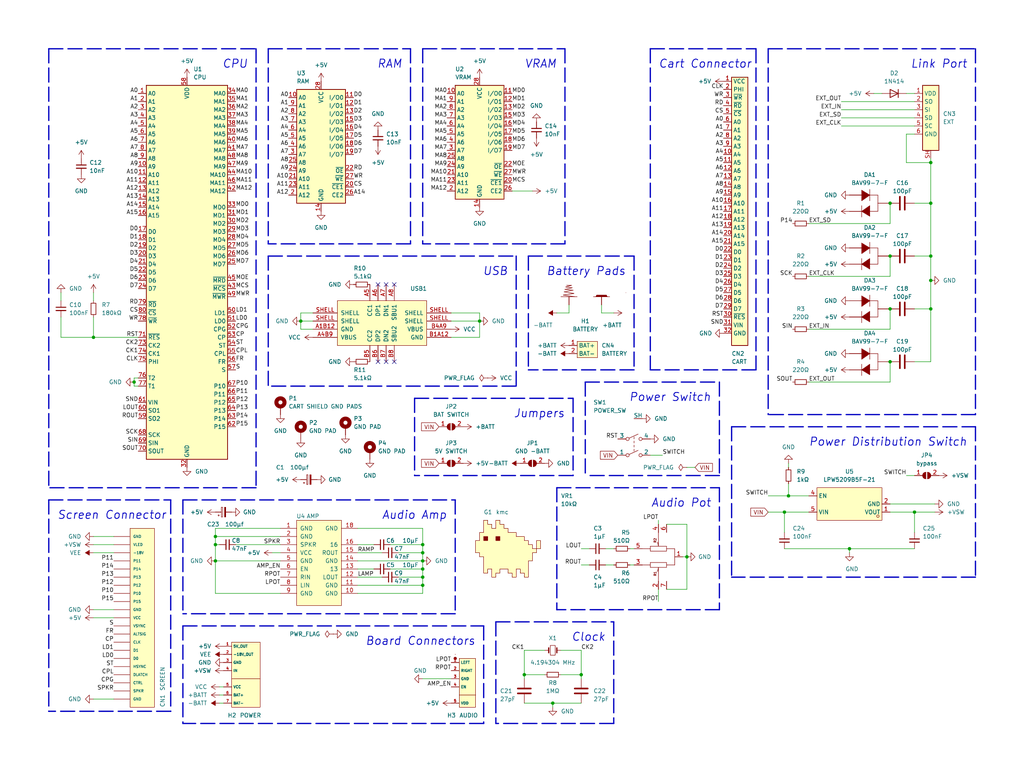
<source format=kicad_sch>
(kicad_sch (version 20211123) (generator eeschema)
  (paper "User" 319.989 240.005)
  (title_block (title "DMG-01-B") (date "2022-09-09") (rev "1.4") (company "kmc"))
  (lib_symbols
    (symbol "Device:C" (pin_numbers hide) (pin_names (offset 0.254))
      (property "Reference" "C" (at 0.635 2.54 0))
      (property "Value" "C" (at 0.635 -2.54 0))
      (symbol "C_1_1"
        (pin passive line (at 0 3.81 270) (length 2.794) (name "~") (number "1"))
        (pin passive line (at 0 -3.81 90) (length 2.794) (name "~") (number "2"))
      )
    )
    (symbol "Device:C_Polarized_Small" (pin_numbers hide) (pin_names (offset 0.254) hide)
      (property "Reference" "C" (at 0.254 1.778 0))
      (property "Value" "C_Polarized_Small" (at 0.254 -2.032 0))
      (symbol "C_Polarized_Small_1_1"
        (pin passive line (at 0 2.54 270) (length 1.8542) (name "~") (number "1"))
        (pin passive line (at 0 -2.54 90) (length 1.8542) (name "~") (number "2"))
      )
    )
    (symbol "Device:C_Small" (pin_numbers hide) (pin_names (offset 0.254) hide)
      (property "Reference" "C" (at 0.254 1.778 0))
      (property "Value" "C_Small" (at 0.254 -2.032 0))
      (symbol "C_Small_1_1"
        (pin passive line (at 0 2.54 270) (length 2.032) (name "~") (number "1"))
        (pin passive line (at 0 -2.54 90) (length 2.032) (name "~") (number "2"))
      )
    )
    (symbol "Device:Crystal_Small" (pin_numbers hide) (pin_names (offset 1.016) hide)
      (property "Reference" "Y" (at 0 2.54 0))
      (property "Value" "Crystal_Small" (at 0 -2.54 0))
      (symbol "Crystal_Small_1_1"
        (pin passive line (at -2.54 0 0) (length 1.27) (name "1") (number "1"))
        (pin passive line (at 2.54 0 180) (length 1.27) (name "2") (number "2"))
      )
    )
    (symbol "Device:R_Small" (pin_numbers hide) (pin_names (offset 0.254) hide)
      (property "Reference" "R" (at 0.762 0.508 0))
      (property "Value" "R_Small" (at 0.762 -1.016 0))
      (symbol "R_Small_1_1"
        (pin passive line (at 0 2.54 270) (length 0.762) (name "~") (number "1"))
        (pin passive line (at 0 -2.54 90) (length 0.762) (name "~") (number "2"))
      )
    )
    (symbol "Diode:1N4148W" (pin_numbers hide) (pin_names (offset 1.016) hide)
      (property "Reference" "D" (at 0 2.54 0))
      (property "Value" "1N4148W" (at 0 -2.54 0))
      (symbol "1N4148W_1_1"
        (pin passive line (at -3.81 0 0) (length 2.54) (name "K") (number "1"))
        (pin passive line (at 3.81 0 180) (length 2.54) (name "A") (number "2"))
      )
    )
    (symbol "Gekkio_CPU_Nintendo:GameBoy_CPU_DMG"
      (property "Reference" "U" (at -12.7 59.69 0))
      (property "Value" "GameBoy_CPU_DMG" (at 1.27 59.69 0))
      (symbol "GameBoy_CPU_DMG_1_1"
        (pin bidirectional line (at -15.24 55.88 0) (length 2.54) (name "A0") (number "1"))
        (pin bidirectional line (at -15.24 33.02 0) (length 2.54) (name "A9") (number "10"))
        (pin bidirectional line (at -15.24 30.48 0) (length 2.54) (name "A10") (number "11"))
        (pin bidirectional line (at -15.24 27.94 0) (length 2.54) (name "A11") (number "12"))
        (pin bidirectional line (at -15.24 25.4 0) (length 2.54) (name "A12") (number "13"))
        (pin bidirectional line (at -15.24 22.86 0) (length 2.54) (name "A13") (number "14"))
        (pin bidirectional line (at -15.24 20.32 0) (length 2.54) (name "A14") (number "15"))
        (pin bidirectional line (at -15.24 17.78 0) (length 2.54) (name "A15") (number "16"))
        (pin bidirectional line (at -15.24 12.7 0) (length 2.54) (name "D0") (number "17"))
        (pin bidirectional line (at -15.24 10.16 0) (length 2.54) (name "D1") (number "18"))
        (pin bidirectional line (at -15.24 7.62 0) (length 2.54) (name "D2") (number "19"))
        (pin bidirectional line (at -15.24 53.34 0) (length 2.54) (name "A1") (number "2"))
        (pin bidirectional line (at -15.24 5.08 0) (length 2.54) (name "D3") (number "20"))
        (pin bidirectional line (at -15.24 2.54 0) (length 2.54) (name "D4") (number "21"))
        (pin bidirectional line (at -15.24 0 0) (length 2.54) (name "D5") (number "22"))
        (pin bidirectional line (at -15.24 -2.54 0) (length 2.54) (name "D6") (number "23"))
        (pin bidirectional line (at -15.24 -5.08 0) (length 2.54) (name "D7") (number "24"))
        (pin bidirectional line (at 15.24 2.54 180) (length 2.54) (name "MD7") (number "25"))
        (pin bidirectional line (at 15.24 5.08 180) (length 2.54) (name "MD6") (number "26"))
        (pin bidirectional line (at 15.24 7.62 180) (length 2.54) (name "MD5") (number "27"))
        (pin bidirectional line (at 15.24 10.16 180) (length 2.54) (name "MD4") (number "28"))
        (pin bidirectional line (at 15.24 12.7 180) (length 2.54) (name "MD3") (number "29"))
        (pin bidirectional line (at -15.24 50.8 0) (length 2.54) (name "A2") (number "3"))
        (pin bidirectional line (at 15.24 15.24 180) (length 2.54) (name "MD2") (number "30"))
        (pin bidirectional line (at 15.24 17.78 180) (length 2.54) (name "MD1") (number "31"))
        (pin power_in line (at 0 -60.96 90) (length 2.54) (name "GND") (number "32"))
        (pin bidirectional line (at 15.24 20.32 180) (length 2.54) (name "MD0") (number "33"))
        (pin output line (at 15.24 55.88 180) (length 2.54) (name "MA0") (number "34"))
        (pin output line (at 15.24 53.34 180) (length 2.54) (name "MA1") (number "35"))
        (pin output line (at 15.24 50.8 180) (length 2.54) (name "MA2") (number "36"))
        (pin output line (at 15.24 48.26 180) (length 2.54) (name "MA3") (number "37"))
        (pin output line (at 15.24 45.72 180) (length 2.54) (name "MA4") (number "38"))
        (pin output line (at 15.24 43.18 180) (length 2.54) (name "MA5") (number "39"))
        (pin bidirectional line (at -15.24 48.26 0) (length 2.54) (name "A3") (number "4"))
        (pin output line (at 15.24 40.64 180) (length 2.54) (name "MA6") (number "40"))
        (pin output line (at 15.24 38.1 180) (length 2.54) (name "MA7") (number "41"))
        (pin output line (at 15.24 25.4 180) (length 2.54) (name "MA12") (number "42"))
        (pin bidirectional line (at 15.24 -5.08 180) (length 2.54) (name "~{MCS}") (number "43"))
        (pin output line (at 15.24 30.48 180) (length 2.54) (name "MA10") (number "44"))
        (pin bidirectional line (at 15.24 -2.54 180) (length 2.54) (name "~{MRD}") (number "45"))
        (pin output line (at 15.24 27.94 180) (length 2.54) (name "MA11") (number "46"))
        (pin output line (at 15.24 33.02 180) (length 2.54) (name "MA9") (number "47"))
        (pin output line (at 15.24 35.56 180) (length 2.54) (name "MA8") (number "48"))
        (pin bidirectional line (at 15.24 -7.62 180) (length 2.54) (name "~{MWR}") (number "49"))
        (pin bidirectional line (at -15.24 45.72 0) (length 2.54) (name "A4") (number "5"))
        (pin output line (at 15.24 -12.7 180) (length 2.54) (name "LD1") (number "50"))
        (pin output line (at 15.24 -15.24 180) (length 2.54) (name "LD0") (number "51"))
        (pin output line (at 15.24 -17.78 180) (length 2.54) (name "CPG") (number "52"))
        (pin output line (at 15.24 -20.32 180) (length 2.54) (name "CP") (number "53"))
        (pin output line (at 15.24 -22.86 180) (length 2.54) (name "ST") (number "54"))
        (pin output line (at 15.24 -25.4 180) (length 2.54) (name "CPL") (number "55"))
        (pin output line (at 15.24 -27.94 180) (length 2.54) (name "FR") (number "56"))
        (pin output line (at 15.24 -30.48 180) (length 2.54) (name "S") (number "57"))
        (pin power_in line (at 0 60.96 270) (length 2.54) (name "VDD") (number "58"))
        (pin output line (at -15.24 -45.72 0) (length 2.54) (name "SO2") (number "59"))
        (pin bidirectional line (at -15.24 43.18 0) (length 2.54) (name "A5") (number "6"))
        (pin output line (at -15.24 -43.18 0) (length 2.54) (name "SO1") (number "60"))
        (pin input line (at -15.24 -40.64 0) (length 2.54) (name "VIN") (number "61"))
        (pin output line (at 15.24 -48.26 180) (length 2.54) (name "P15") (number "62"))
        (pin output line (at 15.24 -45.72 180) (length 2.54) (name "P14") (number "63"))
        (pin bidirectional line (at 15.24 -43.18 180) (length 2.54) (name "P13") (number "64"))
        (pin bidirectional line (at 15.24 -40.64 180) (length 2.54) (name "P12") (number "65"))
        (pin bidirectional line (at 15.24 -38.1 180) (length 2.54) (name "P11") (number "66"))
        (pin bidirectional line (at 15.24 -35.56 180) (length 2.54) (name "P10") (number "67"))
        (pin bidirectional line (at -15.24 -50.8 0) (length 2.54) (name "SCK") (number "68"))
        (pin bidirectional line (at -15.24 -53.34 0) (length 2.54) (name "SIN") (number "69"))
        (pin bidirectional line (at -15.24 40.64 0) (length 2.54) (name "A6") (number "7"))
        (pin output line (at -15.24 -55.88 0) (length 2.54) (name "SOUT") (number "70"))
        (pin input line (at -15.24 -20.32 0) (length 2.54) (name "~{RES}") (number "71"))
        (pin passive line (at 0 -60.96 90) (length 2.54) hide (name "GND") (number "72"))
        (pin passive line (at -15.24 -22.86 0) (length 2.54) (name "CK2") (number "73"))
        (pin input line (at -15.24 -25.4 0) (length 2.54) (name "CK1") (number "74"))
        (pin output line (at -15.24 -27.94 0) (length 2.54) (name "PHI") (number "75"))
        (pin input line (at -15.24 -33.02 0) (length 2.54) (name "T2") (number "76"))
        (pin input line (at -15.24 -35.56 0) (length 2.54) (name "T1") (number "77"))
        (pin bidirectional line (at -15.24 -15.24 0) (length 2.54) (name "~{WR}") (number "78"))
        (pin bidirectional line (at -15.24 -10.16 0) (length 2.54) (name "~{RD}") (number "79"))
        (pin bidirectional line (at -15.24 38.1 0) (length 2.54) (name "A7") (number "8"))
        (pin output line (at -15.24 -12.7 0) (length 2.54) (name "~{CS}") (number "80"))
        (pin bidirectional line (at -15.24 35.56 0) (length 2.54) (name "A8") (number "9"))
      )
    )
    (symbol "Gekkio_Connector_Specialized:GameBoy_Cartridge"
      (property "Reference" "J" (at 0 43.18 0))
      (property "Value" "GameBoy_Cartridge" (at 0 -43.18 0))
      (symbol "GameBoy_Cartridge_1_1"
        (pin passive line (at -5.08 40.64 0) (length 2.54) (name "VCC") (number "1"))
        (pin passive line (at -5.08 17.78 0) (length 2.54) (name "A4") (number "10"))
        (pin passive line (at -5.08 15.24 0) (length 2.54) (name "A5") (number "11"))
        (pin passive line (at -5.08 12.7 0) (length 2.54) (name "A6") (number "12"))
        (pin passive line (at -5.08 10.16 0) (length 2.54) (name "A7") (number "13"))
        (pin passive line (at -5.08 7.62 0) (length 2.54) (name "A8") (number "14"))
        (pin passive line (at -5.08 5.08 0) (length 2.54) (name "A9") (number "15"))
        (pin passive line (at -5.08 2.54 0) (length 2.54) (name "A10") (number "16"))
        (pin passive line (at -5.08 0 0) (length 2.54) (name "A11") (number "17"))
        (pin passive line (at -5.08 -2.54 0) (length 2.54) (name "A12") (number "18"))
        (pin passive line (at -5.08 -5.08 0) (length 2.54) (name "A13") (number "19"))
        (pin passive line (at -5.08 38.1 0) (length 2.54) (name "PHI") (number "2"))
        (pin passive line (at -5.08 -7.62 0) (length 2.54) (name "A14") (number "20"))
        (pin passive line (at -5.08 -10.16 0) (length 2.54) (name "A15") (number "21"))
        (pin passive line (at -5.08 -12.7 0) (length 2.54) (name "D0") (number "22"))
        (pin passive line (at -5.08 -15.24 0) (length 2.54) (name "D1") (number "23"))
        (pin passive line (at -5.08 -17.78 0) (length 2.54) (name "D2") (number "24"))
        (pin passive line (at -5.08 -20.32 0) (length 2.54) (name "D3") (number "25"))
        (pin passive line (at -5.08 -22.86 0) (length 2.54) (name "D4") (number "26"))
        (pin passive line (at -5.08 -25.4 0) (length 2.54) (name "D5") (number "27"))
        (pin passive line (at -5.08 -27.94 0) (length 2.54) (name "D6") (number "28"))
        (pin passive line (at -5.08 -30.48 0) (length 2.54) (name "D7") (number "29"))
        (pin passive line (at -5.08 35.56 0) (length 2.54) (name "~{WR}") (number "3"))
        (pin passive line (at -5.08 -33.02 0) (length 2.54) (name "~{RES}") (number "30"))
        (pin passive line (at -5.08 -35.56 0) (length 2.54) (name "VIN") (number "31"))
        (pin passive line (at -5.08 -38.1 0) (length 2.54) (name "GND") (number "32"))
        (pin passive line (at -5.08 33.02 0) (length 2.54) (name "~{RD}") (number "4"))
        (pin passive line (at -5.08 30.48 0) (length 2.54) (name "~{CS}") (number "5"))
        (pin passive line (at -5.08 27.94 0) (length 2.54) (name "A0") (number "6"))
        (pin passive line (at -5.08 25.4 0) (length 2.54) (name "A1") (number "7"))
        (pin passive line (at -5.08 22.86 0) (length 2.54) (name "A2") (number "8"))
        (pin passive line (at -5.08 20.32 0) (length 2.54) (name "A3") (number "9"))
      )
    )
    (symbol "Gekkio_Connector_Specialized:GameBoy_LinkPort"
      (property "Reference" "J" (at 0 13.97 0))
      (property "Value" "GameBoy_LinkPort" (at 0 11.43 0))
      (symbol "GameBoy_LinkPort_1_1"
        (pin passive line (at -5.08 7.62 0) (length 2.54) (name "VDD") (number "1"))
        (pin passive line (at -5.08 5.08 0) (length 2.54) (name "SO") (number "2"))
        (pin passive line (at -5.08 2.54 0) (length 2.54) (name "SI") (number "3"))
        (pin passive line (at -5.08 0 0) (length 2.54) (name "SD") (number "4"))
        (pin passive line (at -5.08 -2.54 0) (length 2.54) (name "SC") (number "5"))
        (pin passive line (at -5.08 -5.08 0) (length 2.54) (name "GND") (number "6"))
        (pin passive line (at 0 -12.7 90) (length 2.54) (name "~") (number "SH"))
      )
    )
    (symbol "Gekkio_Memory_RAM:GameBoy_SRAM_64K"
      (property "Reference" "U" (at -2.54 19.05 0))
      (property "Value" "GameBoy_SRAM_64K" (at 2.54 19.05 0))
      (symbol "GameBoy_SRAM_64K_1_1"
        (pin no_connect line (at 7.62 -5.08 180) (length 2.54) hide (name "NC") (number "1"))
        (pin input line (at -10.16 15.24 0) (length 2.54) (name "A0") (number "10"))
        (pin bidirectional line (at 10.16 15.24 180) (length 2.54) (name "I/O0") (number "11"))
        (pin bidirectional line (at 10.16 12.7 180) (length 2.54) (name "I/O1") (number "12"))
        (pin bidirectional line (at 10.16 10.16 180) (length 2.54) (name "I/O2") (number "13"))
        (pin power_in line (at 0 -20.32 90) (length 2.54) (name "GND") (number "14"))
        (pin bidirectional line (at 10.16 7.62 180) (length 2.54) (name "I/O3") (number "15"))
        (pin bidirectional line (at 10.16 5.08 180) (length 2.54) (name "I/O4") (number "16"))
        (pin bidirectional line (at 10.16 2.54 180) (length 2.54) (name "I/O5") (number "17"))
        (pin bidirectional line (at 10.16 0 180) (length 2.54) (name "I/O6") (number "18"))
        (pin bidirectional line (at 10.16 -2.54 180) (length 2.54) (name "I/O7") (number "19"))
        (pin input line (at -10.16 -15.24 0) (length 2.54) (name "A12") (number "2"))
        (pin input line (at 10.16 -12.7 180) (length 2.54) (name "~{CE1}") (number "20"))
        (pin input line (at -10.16 -10.16 0) (length 2.54) (name "A10") (number "21"))
        (pin input line (at 10.16 -7.62 180) (length 2.54) (name "~{OE}") (number "22"))
        (pin input line (at -10.16 -12.7 0) (length 2.54) (name "A11") (number "23"))
        (pin input line (at -10.16 -7.62 0) (length 2.54) (name "A9") (number "24"))
        (pin input line (at -10.16 -5.08 0) (length 2.54) (name "A8") (number "25"))
        (pin input line (at 10.16 -15.24 180) (length 2.54) (name "CE2") (number "26"))
        (pin input line (at 10.16 -10.16 180) (length 2.54) (name "~{WE}") (number "27"))
        (pin power_in line (at 0 20.32 270) (length 2.54) (name "VCC") (number "28"))
        (pin input line (at -10.16 -2.54 0) (length 2.54) (name "A7") (number "3"))
        (pin input line (at -10.16 0 0) (length 2.54) (name "A6") (number "4"))
        (pin input line (at -10.16 2.54 0) (length 2.54) (name "A5") (number "5"))
        (pin input line (at -10.16 5.08 0) (length 2.54) (name "A4") (number "6"))
        (pin input line (at -10.16 7.62 0) (length 2.54) (name "A3") (number "7"))
        (pin input line (at -10.16 10.16 0) (length 2.54) (name "A2") (number "8"))
        (pin input line (at -10.16 12.7 0) (length 2.54) (name "A1") (number "9"))
      )
    )
    (symbol "Jumper:SolderJumper_2_Open" (pin_names (offset 0) hide)
      (property "Reference" "JP" (at 0 2.032 0))
      (property "Value" "SolderJumper_2_Open" (at 0 -2.54 0))
      (symbol "SolderJumper_2_Open_1_1"
        (pin passive line (at -3.81 0 0) (length 2.54) (name "A") (number "1"))
        (pin passive line (at 3.81 0 180) (length 2.54) (name "B") (number "2"))
      )
    )
    (symbol "Mechanical:MountingHole_Pad" (pin_numbers hide) (pin_names (offset 1.016) hide)
      (property "Reference" "H" (at 0 6.35 0))
      (property "Value" "MountingHole_Pad" (at 0 4.445 0))
      (symbol "MountingHole_Pad_1_1"
        (pin input line (at 0 -2.54 90) (length 2.54) (name "1") (number "1"))
      )
    )
    (symbol "easyeda2kicad:LPW5209B5F-21"
      (property "Reference" "U" (at 0 7.62 0))
      (property "Value" "LPW5209B5F-21" (at 0 -7.62 0))
      (symbol "LPW5209B5F-21_0_1"
        (pin power_out line (at -12.7 2.54 0) (length 2.54) (name "VOUT") (number "1"))
        (pin power_in line (at -12.7 0 0) (length 2.54) (name "GND") (number "2"))
        (pin no_connect line (at -12.7 -2.54 0) (length 2.54) hide (name "ISET/NC") (number "3"))
        (pin input line (at 12.7 -2.54 180) (length 2.54) (name "EN") (number "4"))
        (pin power_in line (at 12.7 2.54 180) (length 2.54) (name "VIN") (number "5"))
      )
    )
    (symbol "kmc_lib:BAV99-7-F" (pin_numbers hide) (pin_names (offset 1.016) hide)
      (property "Reference" "D" (at 0 6.858 0))
      (property "Value" "BAV99-7-F" (at 0 11.938 0))
      (symbol "BAV99-7-F_1_1"
        (pin input line (at 6.35 -2.54 180) (length 3.81) (name "A") (number "1"))
        (pin input line (at 6.35 2.54 180) (length 3.81) (name "K") (number "2"))
        (pin input line (at -6.35 0 0) (length 3.81) (name "K") (number "3"))
      )
    )
    (symbol "kmc_lib:DMGB_AUDIO_HEADER" (in_bom no)
      (property "Reference" "H" (at 7.62 3.81 0))
      (property "Value" "DMGB_AUDIO_HEADER" (at 10.16 1.27 0))
      (symbol "DMGB_AUDIO_HEADER_1_1"
        (pin input line (at 3.81 -3.81 0) (length 2.4892) (name "LEFT") (number "1"))
        (pin input line (at 3.81 -6.35 0) (length 2.4892) (name "RIGHT") (number "2"))
        (pin power_in line (at 3.81 -8.89 0) (length 2.4892) (name "GND") (number "3"))
        (pin output line (at 3.81 -11.43 0) (length 2.4892) (name "EN") (number "4"))
        (pin power_in line (at 3.81 -16.51 0) (length 2.4892) (name "VDD") (number "5"))
      )
    )
    (symbol "kmc_lib:DMGB_BATTERY_HEADER"
      (property "Reference" "H" (at 0 6.35 0))
      (property "Value" "DMGB_BATTERY_HEADER" (at 0 3.81 0))
      (symbol "DMGB_BATTERY_HEADER_1_1"
        (pin passive line (at 0 0 0) (length 2.54) (name "BAT+") (number "1"))
        (pin passive line (at 0 -2.54 0) (length 2.54) (name "BAT-") (number "2"))
      )
    )
    (symbol "kmc_lib:DMGB_POWER_HEADER" (in_bom no)
      (property "Reference" "H" (at 7.62 8.89 0))
      (property "Value" "DMGB_POWER_HEADER" (at 10.16 6.35 0))
      (symbol "DMGB_POWER_HEADER_1_1"
        (pin power_out line (at 0 -1.27 0) (length 2.4892) (name "5V_OUT") (number "1"))
        (pin power_out line (at 0 -3.81 0) (length 2.4892) (name "-18V_OUT") (number "2"))
        (pin power_in line (at 0 -6.35 0) (length 2.4892) (name "GND") (number "3"))
        (pin power_in line (at 0 -8.89 0) (length 2.4892) (name "IN") (number "4"))
        (pin power_in line (at 0 -13.97 0) (length 2.4892) (name "VCC") (number "5"))
        (pin power_in line (at 0 -16.51 0) (length 2.4892) (name "BAT+") (number "6"))
        (pin power_in line (at 0 -19.05 0) (length 2.4892) (name "BAT-") (number "7"))
      )
    )
    (symbol "kmc_lib:DMG_AMP_IR3R40" (pin_names (offset 1.016))
      (property "Reference" "U" (at -6.35 15.24 0))
      (property "Value" "DMG_AMP_IR3R40" (at 1.27 -16.51 0))
      (symbol "DMG_AMP_IR3R40_1_1"
        (pin power_in line (at -11.43 10.16 0) (length 5.08) (name "GND") (number "1"))
        (pin power_in line (at 12.7 -10.16 180) (length 5.08) (name "GND") (number "10"))
        (pin power_in line (at 12.7 -7.62 180) (length 5.08) (name "GND") (number "11"))
        (pin output line (at 12.7 -5.08 180) (length 5.08) (name "LOUT") (number "12"))
        (pin passive line (at 12.7 -2.54 180) (length 5.08) (name "13") (number "13"))
        (pin power_in line (at 12.7 0 180) (length 5.08) (name "GND") (number "14"))
        (pin output line (at 12.7 2.54 180) (length 5.08) (name "ROUT") (number "15"))
        (pin passive line (at 12.7 5.08 180) (length 5.08) (name "16") (number "16"))
        (pin no_connect line (at 12.7 7.62 180) (length 5.08) hide (name "NC") (number "17"))
        (pin power_in line (at 12.7 10.16 180) (length 5.08) (name "GND") (number "18"))
        (pin power_in line (at -11.43 7.62 0) (length 5.08) (name "GND") (number "2"))
        (pin output line (at -11.43 5.08 0) (length 5.08) (name "SPKR") (number "3"))
        (pin power_in line (at -11.43 2.54 0) (length 5.08) (name "VCC") (number "4"))
        (pin power_in line (at -11.43 0 0) (length 5.08) (name "GND") (number "5"))
        (pin input line (at -11.43 -2.54 0) (length 5.08) (name "EN") (number "6"))
        (pin input line (at -11.43 -5.08 0) (length 5.08) (name "RIN") (number "7"))
        (pin input line (at -11.43 -7.62 0) (length 5.08) (name "LIN") (number "8"))
        (pin power_in line (at -11.43 -10.16 0) (length 5.08) (name "GND") (number "9"))
      )
    )
    (symbol "kmc_lib:DMG_BATTERY_PADS" (pin_numbers hide) (pin_names (offset 1.016) hide) (in_bom no)
      (property "Reference" "H" (at 0 8.636 0))
      (property "Value" "DMG_BATTERY_PADS" (at 0 13.716 0))
      (symbol "DMG_BATTERY_PADS_1_1"
        (pin power_out line (at 5.08 0 90) (length 2.4892) (name "+") (number "1"))
        (pin power_out line (at -5.08 0 90) (length 2.4892) (name "-") (number "2"))
      )
    )
    (symbol "kmc_lib:RK10J12E002L" (pin_names (offset 1.016) hide)
      (property "Reference" "R" (at 0 10.541 0))
      (property "Value" "RK10J12E002L" (at 0 15.621 0))
      (symbol "RK10J12E002L_1_1"
        (text "R1" (at -6.096 1.016 0) (effects (font (size 0.7366 0.7366)) (justify left)))
        (text "R2" (at 4.318 1.016 0) (effects (font (size 0.7366 0.7366)) (justify left)))
        (pin passive line (at 0 -7.62 90) (length 2.54) (name "1") (number "1"))
        (pin passive line (at -10.16 0 0) (length 2.54) (name "2") (number "2"))
        (pin passive line (at -2.54 7.62 270) (length 2.54) (name "3") (number "3"))
        (pin passive line (at 10.16 0 180) (length 2.54) (name "4") (number "4"))
        (pin passive line (at 2.54 7.62 270) (length 2.54) (name "5") (number "5"))
        (pin passive line (at 10.16 -2.54 180) (length 2.54) (name "EH") (number "6"))
        (pin passive line (at -10.16 -2.54 0) (length 2.54) (name "EH") (number "7"))
      )
    )
    (symbol "kmc_lib:ROLF_DMG_SCREEN_CONN" (pin_numbers hide) (pin_names (offset 1.016))
      (property "Reference" "P" (at 0 33.02 0))
      (property "Value" "ROLF_DMG_SCREEN_CONN" (at 6.35 -33.02 0))
      (symbol "ROLF_DMG_SCREEN_CONN_1_1"
        (pin passive line (at 12.7 -25.4 180) (length 4.9784) (name "GND") (number "1"))
        (pin passive line (at 12.7 -2.54 180) (length 4.9784) (name "GND") (number "10"))
        (pin passive line (at 12.7 0 180) (length 4.9784) (name "VCC") (number "11"))
        (pin passive line (at 12.7 2.54 180) (length 4.9784) (name "VSYNC") (number "12"))
        (pin passive line (at 12.7 5.08 180) (length 4.9784) (name "ALTSIG") (number "13"))
        (pin passive line (at 12.7 7.62 180) (length 4.9784) (name "CLK") (number "14"))
        (pin passive line (at 12.7 10.16 180) (length 4.9784) (name "D1") (number "15"))
        (pin passive line (at 12.7 12.7 180) (length 4.9784) (name "D0") (number "16"))
        (pin passive line (at 12.7 15.24 180) (length 4.9784) (name "HSYNC") (number "17"))
        (pin passive line (at 12.7 17.78 180) (length 4.9784) (name "DLATCH") (number "18"))
        (pin passive line (at 12.7 20.32 180) (length 4.9784) (name "CTRL") (number "19"))
        (pin passive line (at 12.7 -22.86 180) (length 4.9784) (name "VLED") (number "2"))
        (pin passive line (at 12.7 22.86 180) (length 4.9784) (name "SPKR") (number "20"))
        (pin passive line (at 12.7 25.4 180) (length 4.9784) (name "GND") (number "21"))
        (pin passive line (at 12.7 -20.32 180) (length 4.9784) (name "-18V") (number "3"))
        (pin passive line (at 12.7 -17.78 180) (length 4.9784) (name "P11") (number "4"))
        (pin passive line (at 12.7 -15.24 180) (length 4.9784) (name "P14") (number "5"))
        (pin passive line (at 12.7 -12.7 180) (length 4.9784) (name "P13") (number "6"))
        (pin passive line (at 12.7 -10.16 180) (length 4.9784) (name "P12") (number "7"))
        (pin passive line (at 12.7 -7.62 180) (length 4.9784) (name "P10") (number "8"))
        (pin passive line (at 12.7 -5.08 180) (length 4.9784) (name "P15") (number "9"))
      )
    )
    (symbol "kmc_lib:SW_DPST" (pin_numbers hide) (pin_names (offset 0))
      (property "Reference" "SW" (at 0 5.08 0))
      (property "Value" "SW_DPST" (at 0 -5.08 0))
      (symbol "SW_DPST_1_1"
        (pin passive line (at -5.08 -2.54 0) (length 2.54) (name "1") (number "1"))
        (pin passive line (at 5.08 -2.54 180) (length 2.54) (name "2") (number "2"))
        (pin passive line (at -5.08 2.54 0) (length 2.54) (name "3") (number "3"))
        (pin passive line (at 5.08 2.54 180) (length 2.54) (name "4") (number "4"))
        (pin passive line (at 2.54 8.89 180) (length 2.54) (name "SH") (number "5"))
      )
    )
    (symbol "kmc_lib:USB_TYPE_C" (pin_names (offset 1.016))
      (property "Reference" "USB" (at -8.89 19.05 0))
      (property "Value" "USB_TYPE_C" (at -12.7 13.97 0))
      (symbol "USB_TYPE_C_1_1"
        (pin passive line (at -20.32 -2.54 0) (length 7.62) (name "GND") (number "A1B12"))
        (pin passive line (at -20.32 -5.08 0) (length 7.62) (name "VBUS") (number "A4B9"))
        (pin bidirectional line (at -2.54 11.43 270) (length 5.08) (name "CC1") (number "A5"))
        (pin bidirectional line (at 0 11.43 270) (length 5.08) (name "DP1") (number "A6"))
        (pin bidirectional line (at 2.54 11.43 270) (length 5.08) (name "DN1") (number "A7"))
        (pin bidirectional line (at 5.08 11.43 270) (length 5.08) (name "SBU1") (number "A8"))
        (pin passive line (at 22.86 -5.08 180) (length 7.62) (name "GND") (number "B1A12"))
        (pin passive line (at 22.86 -2.54 180) (length 7.62) (name "VBUS") (number "B4A9"))
        (pin bidirectional line (at -2.54 -12.7 90) (length 5.08) (name "CC2") (number "B5"))
        (pin bidirectional line (at 0 -12.7 90) (length 5.08) (name "DP2") (number "B6"))
        (pin bidirectional line (at 2.54 -12.7 90) (length 5.08) (name "DN2") (number "B7"))
        (pin bidirectional line (at 5.08 -12.7 90) (length 5.08) (name "SBU2") (number "B8"))
        (pin passive line (at -20.32 0 0) (length 7.62) (name "SHELL") (number "SHELL"))
        (pin passive line (at -20.32 2.54 0) (length 7.62) (name "SHELL") (number "SHELL"))
        (pin passive line (at 22.86 0 180) (length 7.62) (name "SHELL") (number "SHELL"))
        (pin passive line (at 22.86 2.54 180) (length 7.62) (name "SHELL") (number "SHELL"))
      )
    )
    (symbol "kmc_lib:kmc"
      (property "Reference" "G" (at -3.81 2.54 0))
      (property "Value" "kmc" (at 0 2.54 0))
    )
    (symbol "power:+5V" (power) (pin_names (offset 0))
      (property "Value" "+5V" (at 0 3.556 0))
      (symbol "+5V_1_1"
        (pin power_in line (at 0 0 90) (length 0) hide (name "+5V") (number "1"))
      )
    )
    (symbol "power:+BATT" (power) (pin_names (offset 0))
      (property "Value" "+BATT" (at 0 3.556 0))
      (symbol "+BATT_1_1"
        (pin power_in line (at 0 0 90) (length 0) hide (name "+BATT") (number "1"))
      )
    )
    (symbol "power:+VSW" (power) (pin_names (offset 0))
      (property "Value" "+VSW" (at 0 3.556 0))
      (symbol "+VSW_1_1"
        (pin power_in line (at 0 0 90) (length 0) hide (name "+VSW") (number "1"))
      )
    )
    (symbol "power:-BATT" (power) (pin_names (offset 0))
      (property "Value" "-BATT" (at 0 3.556 0))
      (symbol "-BATT_1_1"
        (pin power_in line (at 0 0 90) (length 0) hide (name "-BATT") (number "1"))
      )
    )
    (symbol "power:GND" (power) (pin_names (offset 0))
      (property "Value" "GND" (at 0 -3.81 0))
      (symbol "GND_1_1"
        (pin power_in line (at 0 0 270) (length 0) hide (name "GND") (number "1"))
      )
    )
    (symbol "power:PWR_FLAG" (power) (pin_numbers hide) (pin_names (offset 0) hide)
      (property "Value" "PWR_FLAG" (at 0 3.81 0))
      (symbol "PWR_FLAG_0_0"
        (pin power_out line (at 0 0 90) (length 0) (name "pwr") (number "1"))
      )
    )
    (symbol "power:VCC" (power) (pin_names (offset 0))
      (property "Value" "VCC" (at 0 3.81 0))
      (symbol "VCC_1_1"
        (pin power_in line (at 0 0 90) (length 0) hide (name "VCC") (number "1"))
      )
    )
    (symbol "power:VEE" (power) (pin_names (offset 0))
      (property "Value" "VEE" (at 0 3.81 0))
      (symbol "VEE_1_1"
        (pin power_in line (at 0 0 90) (length 0) hide (name "VEE") (number "1"))
      )
    )
  )
  (junction (at 132.08 180.34))
  (junction (at 245.11 160.02))
  (junction (at 41.91 119.38))
  (junction (at 214.63 173.99))
  (junction (at 132.08 172.72))
  (junction (at 278.13 113.03))
  (junction (at 285.75 160.02))
  (junction (at 172.72 219.71))
  (junction (at 290.83 96.52))
  (junction (at 290.83 63.5))
  (junction (at 67.31 175.26))
  (junction (at 67.31 170.18))
  (junction (at 278.13 96.52))
  (junction (at 93.98 100.33))
  (junction (at 181.61 210.82))
  (junction (at 290.83 87.63))
  (junction (at 132.08 182.88))
  (junction (at 265.43 171.45))
  (junction (at 163.83 210.82))
  (junction (at 290.83 80.01))
  (junction (at 132.08 177.8))
  (junction (at 132.08 175.26))
  (junction (at 278.13 63.5))
  (junction (at 67.31 167.64))
  (junction (at 132.08 170.18))
  (junction (at 246.38 154.94))
  (junction (at 29.21 105.41))
  (junction (at 278.13 80.01))
  (junction (at 149.86 100.33))
  (junction (at 290.83 50.8))
  (no_connect (at 120.65 88.9))
  (no_connect (at 120.65 113.03))
  (no_connect (at 123.19 113.03))
  (no_connect (at 118.11 88.9))
  (no_connect (at 123.19 88.9))
  (no_connect (at 118.11 113.03))
  (polyline (pts (xy 132.08 15.24) (xy 132.08 76.2)) (stroke (width 0.4)))
  (wire (pts (xy 189.23 171.45) (xy 191.77 171.45)))
  (wire (pts (xy 240.03 154.94) (xy 246.38 154.94)))
  (polyline (pts (xy 203.2 15.24) (xy 236.22 15.24)) (stroke (width 0.4)))
  (wire (pts (xy 163.83 203.2) (xy 163.83 210.82)))
  (wire (pts (xy 111.76 182.88) (xy 132.08 182.88)))
  (wire (pts (xy 189.23 176.53) (xy 191.77 176.53)))
  (polyline (pts (xy 129.54 124.46) (xy 179.07 124.46)) (stroke (width 0.4)))
  (wire (pts (xy 181.61 203.2) (xy 181.61 210.82)))
  (wire (pts (xy 140.97 105.41) (xy 149.86 105.41)))
  (polyline (pts (xy 151.13 226.06) (xy 57.15 226.06)) (stroke (width 0.4)))
  (wire (pts (xy 163.83 219.71) (xy 172.72 219.71)))
  (wire (pts (xy 67.31 165.1) (xy 87.63 165.1)))
  (wire (pts (xy 273.05 29.21) (xy 275.59 29.21)))
  (wire (pts (xy 285.75 113.03) (xy 290.83 113.03)))
  (wire (pts (xy 41.91 120.65) (xy 41.91 119.38)))
  (wire (pts (xy 285.75 31.75) (xy 262.89 31.75)))
  (wire (pts (xy 73.66 170.18) (xy 87.63 170.18)))
  (wire (pts (xy 278.13 119.38) (xy 278.13 113.03)))
  (wire (pts (xy 290.83 50.8) (xy 290.83 63.5)))
  (wire (pts (xy 67.31 175.26) (xy 67.31 185.42)))
  (polyline (pts (xy 128.27 76.2) (xy 83.82 76.2)) (stroke (width 0.4)))
  (wire (pts (xy 67.31 170.18) (xy 67.31 175.26)))
  (wire (pts (xy 285.75 160.02) (xy 292.1 160.02)))
  (wire (pts (xy 285.75 96.52) (xy 290.83 96.52)))
  (polyline (pts (xy 240.03 15.24) (xy 304.8 15.24)) (stroke (width 0.4)))
  (wire (pts (xy 252.73 102.87) (xy 278.13 102.87)))
  (wire (pts (xy 278.13 96.52) (xy 278.13 102.87)))
  (wire (pts (xy 132.08 182.88) (xy 132.08 185.42)))
  (polyline (pts (xy 224.79 148.59) (xy 182.88 148.59)) (stroke (width 0.4)))
  (wire (pts (xy 246.38 146.05) (xy 246.38 144.78)))
  (wire (pts (xy 163.83 210.82) (xy 163.83 212.09)))
  (wire (pts (xy 67.31 165.1) (xy 67.31 167.64)))
  (wire (pts (xy 132.08 165.1) (xy 132.08 170.18)))
  (wire (pts (xy 29.21 99.06) (xy 29.21 105.41)))
  (wire (pts (xy 93.98 100.33) (xy 97.79 100.33)))
  (wire (pts (xy 214.63 173.99) (xy 214.63 184.15)))
  (wire (pts (xy 116.84 170.18) (xy 111.76 170.18)))
  (wire (pts (xy 172.72 219.71) (xy 181.61 219.71)))
  (wire (pts (xy 68.58 219.71) (xy 69.85 219.71)))
  (wire (pts (xy 29.21 172.72) (xy 35.56 172.72)))
  (wire (pts (xy 214.63 184.15) (xy 208.28 184.15)))
  (wire (pts (xy 187.96 97.79) (xy 191.77 97.79)))
  (polyline (pts (xy 132.08 15.24) (xy 176.53 15.24)) (stroke (width 0.4)))
  (wire (pts (xy 290.83 80.01) (xy 290.83 87.63)))
  (wire (pts (xy 214.63 163.83) (xy 208.28 163.83)))
  (polyline (pts (xy 80.01 15.24) (xy 80.01 152.4)) (stroke (width 0.4)))
  (wire (pts (xy 132.08 180.34) (xy 132.08 182.88)))
  (polyline (pts (xy 53.34 156.21) (xy 53.34 222.25)) (stroke (width 0.4)))
  (wire (pts (xy 285.75 166.37) (xy 285.75 160.02)))
  (wire (pts (xy 245.11 171.45) (xy 265.43 171.45)))
  (wire (pts (xy 172.72 220.98) (xy 172.72 219.71)))
  (wire (pts (xy 285.75 41.91) (xy 283.21 41.91)))
  (wire (pts (xy 111.76 180.34) (xy 119.38 180.34)))
  (polyline (pts (xy 228.6 133.35) (xy 228.6 180.34)) (stroke (width 0.4)))
  (polyline (pts (xy 191.77 194.31) (xy 191.77 226.06)) (stroke (width 0.4)))
  (polyline (pts (xy 304.8 133.35) (xy 304.8 180.34)) (stroke (width 0.4)))
  (polyline (pts (xy 228.6 133.35) (xy 304.8 133.35)) (stroke (width 0.4)))
  (polyline (pts (xy 236.22 115.57) (xy 203.2 115.57)) (stroke (width 0.4)))
  (wire (pts (xy 121.92 177.8) (xy 132.08 177.8)))
  (wire (pts (xy 19.05 105.41) (xy 19.05 99.06)))
  (wire (pts (xy 124.46 172.72) (xy 132.08 172.72)))
  (wire (pts (xy 140.97 100.33) (xy 149.86 100.33)))
  (polyline (pts (xy 142.24 191.77) (xy 57.15 191.77)) (stroke (width 0.4)))
  (wire (pts (xy 41.91 118.11) (xy 41.91 119.38)))
  (polyline (pts (xy 83.82 15.24) (xy 128.27 15.24)) (stroke (width 0.4)))
  (wire (pts (xy 181.61 176.53) (xy 184.15 176.53)))
  (polyline (pts (xy 176.53 15.24) (xy 176.53 76.2)) (stroke (width 0.4)))
  (polyline (pts (xy 224.79 152.4) (xy 224.79 190.5)) (stroke (width 0.4)))
  (wire (pts (xy 29.21 167.64) (xy 35.56 167.64)))
  (polyline (pts (xy 182.88 119.38) (xy 182.88 148.59)) (stroke (width 0.4)))
  (wire (pts (xy 245.11 166.37) (xy 245.11 160.02)))
  (wire (pts (xy 181.61 210.82) (xy 181.61 212.09)))
  (wire (pts (xy 68.58 217.17) (xy 69.85 217.17)))
  (polyline (pts (xy 57.15 156.21) (xy 57.15 191.77)) (stroke (width 0.4)))
  (wire (pts (xy 121.92 170.18) (xy 132.08 170.18)))
  (wire (pts (xy 111.76 185.42) (xy 132.08 185.42)))
  (wire (pts (xy 175.26 203.2) (xy 181.61 203.2)))
  (polyline (pts (xy 15.24 15.24) (xy 80.01 15.24)) (stroke (width 0.4)))
  (wire (pts (xy 67.31 167.64) (xy 67.31 170.18)))
  (wire (pts (xy 43.18 118.11) (xy 41.91 118.11)))
  (wire (pts (xy 132.08 172.72) (xy 132.08 175.26)))
  (polyline (pts (xy 179.07 148.59) (xy 129.54 148.59)) (stroke (width 0.4)))
  (polyline (pts (xy 191.77 226.06) (xy 154.94 226.06)) (stroke (width 0.4)))
  (polyline (pts (xy 128.27 15.24) (xy 128.27 76.2)) (stroke (width 0.4)))
  (polyline (pts (xy 80.01 152.4) (xy 15.24 152.4)) (stroke (width 0.4)))
  (wire (pts (xy 265.43 172.72) (xy 265.43 171.45)))
  (wire (pts (xy 278.13 63.5) (xy 278.13 69.85)))
  (wire (pts (xy 278.13 80.01) (xy 278.13 86.36)))
  (wire (pts (xy 283.21 41.91) (xy 283.21 50.8)))
  (polyline (pts (xy 165.1 80.01) (xy 198.12 80.01)) (stroke (width 0.4)))
  (wire (pts (xy 246.38 154.94) (xy 252.73 154.94)))
  (wire (pts (xy 85.09 172.72) (xy 87.63 172.72)))
  (wire (pts (xy 149.86 97.79) (xy 149.86 100.33)))
  (wire (pts (xy 203.2 142.24) (xy 207.01 142.24)))
  (wire (pts (xy 19.05 91.44) (xy 19.05 93.98)))
  (wire (pts (xy 67.31 170.18) (xy 68.58 170.18)))
  (wire (pts (xy 67.31 167.64) (xy 87.63 167.64)))
  (polyline (pts (xy 15.24 15.24) (xy 15.24 152.4)) (stroke (width 0.4)))
  (wire (pts (xy 111.76 175.26) (xy 132.08 175.26)))
  (polyline (pts (xy 224.79 190.5) (xy 173.99 190.5)) (stroke (width 0.4)))
  (wire (pts (xy 181.61 171.45) (xy 184.15 171.45)))
  (wire (pts (xy 149.86 100.33) (xy 149.86 105.41)))
  (wire (pts (xy 240.03 160.02) (xy 245.11 160.02)))
  (polyline (pts (xy 176.53 76.2) (xy 132.08 76.2)) (stroke (width 0.4)))
  (wire (pts (xy 175.26 210.82) (xy 181.61 210.82)))
  (wire (pts (xy 262.89 34.29) (xy 285.75 34.29)))
  (polyline (pts (xy 161.29 120.65) (xy 83.82 120.65)) (stroke (width 0.4)))
  (polyline (pts (xy 165.1 80.01) (xy 165.1 115.57)) (stroke (width 0.4)))
  (wire (pts (xy 252.73 86.36) (xy 278.13 86.36)))
  (wire (pts (xy 205.74 162.56) (xy 205.74 163.83)))
  (wire (pts (xy 285.75 80.01) (xy 290.83 80.01)))
  (wire (pts (xy 205.74 187.96) (xy 205.74 184.15)))
  (wire (pts (xy 173.99 97.79) (xy 177.8 97.79)))
  (wire (pts (xy 283.21 50.8) (xy 290.83 50.8)))
  (wire (pts (xy 149.86 97.79) (xy 140.97 97.79)))
  (wire (pts (xy 97.79 102.87) (xy 93.98 102.87)))
  (polyline (pts (xy 142.24 156.21) (xy 142.24 191.77)) (stroke (width 0.4)))
  (wire (pts (xy 262.89 39.37) (xy 285.75 39.37)))
  (wire (pts (xy 67.31 185.42) (xy 87.63 185.42)))
  (polyline (pts (xy 224.79 119.38) (xy 224.79 148.59)) (stroke (width 0.4)))
  (wire (pts (xy 245.11 160.02) (xy 252.73 160.02)))
  (wire (pts (xy 290.83 87.63) (xy 290.83 96.52)))
  (polyline (pts (xy 304.8 129.54) (xy 240.03 129.54)) (stroke (width 0.4)))
  (wire (pts (xy 290.83 113.03) (xy 290.83 96.52)))
  (polyline (pts (xy 15.24 156.21) (xy 15.24 222.25)) (stroke (width 0.4)))
  (wire (pts (xy 177.8 95.25) (xy 177.8 97.79)))
  (wire (pts (xy 187.96 95.25) (xy 187.96 97.79)))
  (polyline (pts (xy 151.13 195.58) (xy 151.13 226.06)) (stroke (width 0.4)))
  (polyline (pts (xy 236.22 15.24) (xy 236.22 115.57)) (stroke (width 0.4)))
  (wire (pts (xy 170.18 203.2) (xy 163.83 203.2)))
  (wire (pts (xy 29.21 193.04) (xy 35.56 193.04)))
  (polyline (pts (xy 154.94 194.31) (xy 191.77 194.31)) (stroke (width 0.4)))
  (wire (pts (xy 67.31 175.26) (xy 87.63 175.26)))
  (wire (pts (xy 43.18 120.65) (xy 41.91 120.65)))
  (wire (pts (xy 196.85 171.45) (xy 198.12 171.45)))
  (polyline (pts (xy 304.8 15.24) (xy 304.8 129.54)) (stroke (width 0.4)))
  (polyline (pts (xy 57.15 156.21) (xy 142.24 156.21)) (stroke (width 0.4)))
  (wire (pts (xy 132.08 170.18) (xy 132.08 172.72)))
  (wire (pts (xy 29.21 190.5) (xy 35.56 190.5)))
  (wire (pts (xy 214.63 163.83) (xy 214.63 173.99)))
  (wire (pts (xy 292.1 157.48) (xy 278.13 157.48)))
  (wire (pts (xy 290.83 49.53) (xy 290.83 50.8)))
  (wire (pts (xy 246.38 151.13) (xy 246.38 154.94)))
  (polyline (pts (xy 83.82 80.01) (xy 83.82 120.65)) (stroke (width 0.4)))
  (wire (pts (xy 132.08 175.26) (xy 132.08 177.8)))
  (wire (pts (xy 19.05 105.41) (xy 29.21 105.41)))
  (polyline (pts (xy 198.12 80.01) (xy 198.12 115.57)) (stroke (width 0.4)))
  (wire (pts (xy 29.21 218.44) (xy 35.56 218.44)))
  (wire (pts (xy 285.75 63.5) (xy 290.83 63.5)))
  (wire (pts (xy 283.21 148.59) (xy 285.75 148.59)))
  (polyline (pts (xy 203.2 15.24) (xy 203.2 115.57)) (stroke (width 0.4)))
  (wire (pts (xy 111.76 165.1) (xy 132.08 165.1)))
  (wire (pts (xy 163.83 210.82) (xy 170.18 210.82)))
  (wire (pts (xy 124.46 180.34) (xy 132.08 180.34)))
  (polyline (pts (xy 173.99 152.4) (xy 173.99 190.5)) (stroke (width 0.4)))
  (wire (pts (xy 265.43 171.45) (xy 285.75 171.45)))
  (wire (pts (xy 29.21 91.44) (xy 29.21 93.98)))
  (wire (pts (xy 217.17 146.05) (xy 214.63 146.05)))
  (wire (pts (xy 29.21 170.18) (xy 35.56 170.18)))
  (wire (pts (xy 262.89 36.83) (xy 285.75 36.83)))
  (polyline (pts (xy 57.15 195.58) (xy 57.15 226.06)) (stroke (width 0.4)))
  (wire (pts (xy 252.73 69.85) (xy 278.13 69.85)))
  (polyline (pts (xy 57.15 195.58) (xy 151.13 195.58)) (stroke (width 0.4)))
  (polyline (pts (xy 83.82 80.01) (xy 161.29 80.01)) (stroke (width 0.4)))
  (polyline (pts (xy 83.82 15.24) (xy 83.82 76.2)) (stroke (width 0.4)))
  (wire (pts (xy 278.13 160.02) (xy 285.75 160.02)))
  (wire (pts (xy 252.73 119.38) (xy 278.13 119.38)))
  (wire (pts (xy 97.79 97.79) (xy 93.98 97.79)))
  (polyline (pts (xy 154.94 194.31) (xy 154.94 226.06)) (stroke (width 0.4)))
  (polyline (pts (xy 53.34 222.25) (xy 15.24 222.25)) (stroke (width 0.4)))
  (wire (pts (xy 290.83 63.5) (xy 290.83 80.01)))
  (wire (pts (xy 111.76 172.72) (xy 119.38 172.72)))
  (polyline (pts (xy 240.03 15.24) (xy 240.03 129.54)) (stroke (width 0.4)))
  (polyline (pts (xy 15.24 156.21) (xy 53.34 156.21)) (stroke (width 0.4)))
  (wire (pts (xy 116.84 177.8) (xy 111.76 177.8)))
  (polyline (pts (xy 182.88 119.38) (xy 224.79 119.38)) (stroke (width 0.4)))
  (wire (pts (xy 68.58 214.63) (xy 69.85 214.63)))
  (polyline (pts (xy 161.29 80.01) (xy 161.29 120.65)) (stroke (width 0.4)))
  (wire (pts (xy 213.36 173.99) (xy 214.63 173.99)))
  (polyline (pts (xy 179.07 124.46) (xy 179.07 148.59)) (stroke (width 0.4)))
  (wire (pts (xy 283.21 29.21) (xy 285.75 29.21)))
  (polyline (pts (xy 198.12 115.57) (xy 165.1 115.57)) (stroke (width 0.4)))
  (wire (pts (xy 93.98 97.79) (xy 93.98 100.33)))
  (wire (pts (xy 196.85 176.53) (xy 198.12 176.53)))
  (wire (pts (xy 29.21 105.41) (xy 43.18 105.41)))
  (wire (pts (xy 132.08 177.8) (xy 132.08 180.34)))
  (polyline (pts (xy 173.99 152.4) (xy 224.79 152.4)) (stroke (width 0.4)))
  (polyline (pts (xy 129.54 124.46) (xy 129.54 148.59)) (stroke (width 0.4)))
  (polyline (pts (xy 304.8 180.34) (xy 228.6 180.34)) (stroke (width 0.4)))
  (wire (pts (xy 93.98 102.87) (xy 93.98 100.33)))
  (wire (pts (xy 166.37 59.69) (xy 160.02 59.69)))
  (wire (pts (xy 132.08 212.09) (xy 140.97 212.09)))
  (text "USB\n" (at 158.75 86.36 180) (effects (font (size 2.54 2.54) (thickness 0.254) bold italic) (justify right bottom)))
  (text "VRAM" (at 173.99 21.59 180) (effects (font (size 2.54 2.54) (thickness 0.254) bold italic) (justify right bottom)))
  (text "Clock\n" (at 189.23 200.66 180) (effects (font (size 2.54 2.54) (thickness 0.254) bold italic) (justify right bottom)))
  (text "Jumpers" (at 176.53 130.81 180) (effects (font (size 2.54 2.54) (thickness 0.254) bold italic) (justify right bottom)))
  (text "Board Connectors" (at 148.59 201.93 180) (effects (font (size 2.54 2.54) (thickness 0.254) bold italic) (justify right bottom)))
  (text "Power Switch" (at 222.25 125.73 180) (effects (font (size 2.54 2.54) (thickness 0.254) bold italic) (justify right bottom)))
  (text "Battery Pads" (at 195.58 86.36 180) (effects (font (size 2.54 2.54) (thickness 0.254) bold italic) (justify right bottom)))
  (text "Power Distribution Switch" (at 302.26 139.7 180) (effects (font (size 2.54 2.54) (thickness 0.254) bold italic) (justify right bottom)))
  (text "Audio Amp" (at 139.7 162.56 180) (effects (font (size 2.54 2.54) (thickness 0.254) bold italic) (justify right bottom)))
  (text "Link Port\n" (at 302.26 21.59 180) (effects (font (size 2.54 2.54) (thickness 0.254) bold italic) (justify right bottom)))
  (text "Cart Connector" (at 234.95 21.59 180) (effects (font (size 2.54 2.54) (thickness 0.254) bold italic) (justify right bottom)))
  (text "RAM" (at 125.73 21.59 180) (effects (font (size 2.54 2.54) (thickness 0.254) bold italic) (justify right bottom)))
  (text "CPU" (at 77.47 21.59 180) (effects (font (size 2.54 2.54) (thickness 0.254) bold italic) (justify right bottom)))
  (text "Audio Pot" (at 222.25 158.75 180) (effects (font (size 2.54 2.54) (thickness 0.254) bold italic) (justify right bottom)))
  (text "Screen Connector" (at 52.07 162.56 180) (effects (font (size 2.54 2.54) (thickness 0.254) bold italic) (justify right bottom)))
  (label "A0" (at 90.17 30.48 180))
  (label "LOUT" (at 43.18 128.27 180))
  (label "LPOT" (at 205.74 162.56 180))
  (label "RST" (at 226.06 99.06 180))
  (label "MD2" (at 160.02 34.29 0))
  (label "RPOT" (at 205.74 187.96 180))
  (label "RST" (at 43.18 105.41 180))
  (label "A4" (at 90.17 40.64 180))
  (label "A14" (at 226.06 73.66 180))
  (label "A15" (at 226.06 76.2 180))
  (label "CPG" (at 35.56 213.36 180))
  (label "A1" (at 43.18 31.75 180))
  (label "MA4" (at 139.7 39.37 180))
  (label "A14" (at 43.18 64.77 180))
  (label "CK1" (at 43.18 110.49 180))
  (label "P14" (at 35.56 177.8 180))
  (label "MA12" (at 73.66 59.69 0))
  (label "A0" (at 226.06 38.1 180))
  (label "MD3" (at 160.02 36.83 0))
  (label "LPOT" (at 140.97 207.01 180))
  (label "A1" (at 90.17 33.02 180))
  (label "EXT_SD" (at 252.73 69.85 0))
  (label "ROUT" (at 181.61 176.53 180))
  (label "CLK" (at 226.06 27.94 180))
  (label "RD" (at 110.49 53.34 0))
  (label "MA1" (at 139.7 31.75 180))
  (label "A12" (at 226.06 68.58 180))
  (label "MA10" (at 73.66 54.61 0))
  (label "D5" (at 43.18 85.09 180))
  (label "A0" (at 43.18 29.21 180))
  (label "A6" (at 43.18 44.45 180))
  (label "A12" (at 43.18 59.69 180))
  (label "MA5" (at 73.66 41.91 0))
  (label "MA1" (at 73.66 31.75 0))
  (label "SOUT" (at 247.65 119.38 180))
  (label "MWR" (at 73.66 92.71 0))
  (label "ST" (at 35.56 208.28 180))
  (label "A13" (at 43.18 62.23 180))
  (label "EXT_CLK" (at 252.73 86.36 0))
  (label "SOUT" (at 43.18 140.97 180))
  (label "D7" (at 110.49 48.26 0))
  (label "D1" (at 110.49 33.02 0))
  (label "SIN" (at 43.18 138.43 180))
  (label "D3" (at 226.06 86.36 180))
  (label "D1" (at 226.06 81.28 180))
  (label "A6" (at 226.06 53.34 180))
  (label "CK2" (at 181.61 203.2 0))
  (label "P13" (at 35.56 180.34 180))
  (label "D2" (at 110.49 35.56 0))
  (label "CPG" (at 73.66 102.87 0))
  (label "LD1" (at 35.56 203.2 180))
  (label "MD1" (at 160.02 31.75 0))
  (label "MOE" (at 73.66 87.63 0))
  (label "EXT_OUT" (at 252.73 119.38 0))
  (label "MA8" (at 73.66 49.53 0))
  (label "CS" (at 110.49 58.42 0))
  (label "MA6" (at 139.7 44.45 180))
  (label "LOUT" (at 181.61 171.45 180))
  (label "D5" (at 110.49 43.18 0))
  (label "SWITCH" (at 207.01 142.24 0))
  (label "P13" (at 73.66 128.27 0))
  (label "EXT_CLK" (at 262.89 39.37 180))
  (label "A9" (at 90.17 53.34 180))
  (label "CP" (at 73.66 105.41 0))
  (label "MD4" (at 160.02 39.37 0))
  (label "MCS" (at 160.02 57.15 0))
  (label "A2" (at 226.06 43.18 180))
  (label "D0" (at 226.06 78.74 180))
  (label "MA6" (at 73.66 44.45 0))
  (label "D4" (at 226.06 88.9 180))
  (label "D0" (at 43.18 72.39 180))
  (label "SWITCH" (at 283.21 148.59 180))
  (label "A2" (at 43.18 34.29 180))
  (label "MD7" (at 160.02 46.99 0))
  (label "MA3" (at 139.7 36.83 180))
  (label "CLK" (at 43.18 113.03 180))
  (label "P10" (at 73.66 120.65 0))
  (label "MA11" (at 73.66 57.15 0))
  (label "A15" (at 43.18 67.31 180))
  (label "P15" (at 73.66 133.35 0))
  (label "RPOT" (at 140.97 209.55 180))
  (label "LD0" (at 73.66 100.33 0))
  (label "D3" (at 43.18 80.01 180))
  (label "P15" (at 35.56 187.96 180))
  (label "MCS" (at 73.66 90.17 0))
  (label "A5" (at 226.06 50.8 180))
  (label "A4" (at 43.18 39.37 180))
  (label "P10" (at 35.56 185.42 180))
  (label "LD1" (at 73.66 97.79 0))
  (label "A6" (at 90.17 45.72 180))
  (label "EXT_IN" (at 252.73 102.87 0))
  (label "S" (at 73.66 115.57 0))
  (label "A8" (at 90.17 50.8 180))
  (label "RST" (at 193.04 137.16 180))
  (label "A5" (at 90.17 43.18 180))
  (label "MA0" (at 73.66 29.21 0))
  (label "MA0" (at 139.7 29.21 180))
  (label "D7" (at 226.06 96.52 180))
  (label "ROUT" (at 43.18 130.81 180))
  (label "A13" (at 226.06 71.12 180))
  (label "MA12" (at 139.7 59.69 180))
  (label "MA8" (at 139.7 49.53 180))
  (label "EXT_OUT" (at 262.89 31.75 180))
  (label "MD1" (at 73.66 67.31 0))
  (label "MD3" (at 73.66 72.39 0))
  (label "D6" (at 43.18 87.63 180))
  (label "EXT_SD" (at 262.89 36.83 180))
  (label "SCK" (at 43.18 135.89 180))
  (label "A14" (at 110.49 60.96 0))
  (label "D6" (at 226.06 93.98 180))
  (label "MD4" (at 73.66 74.93 0))
  (label "D6" (at 110.49 45.72 0))
  (label "MA10" (at 139.7 54.61 180))
  (label "A7" (at 43.18 46.99 180))
  (label "A8" (at 226.06 58.42 180))
  (label "WR" (at 43.18 100.33 180))
  (label "D0" (at 110.49 30.48 0))
  (label "SCK" (at 247.65 86.36 180))
  (label "CK1" (at 163.83 203.2 180))
  (label "MA7" (at 73.66 46.99 0))
  (label "MD5" (at 73.66 77.47 0))
  (label "MD7" (at 73.66 82.55 0))
  (label "P14" (at 247.65 69.85 180))
  (label "A4" (at 226.06 48.26 180))
  (label "RD" (at 43.18 95.25 180))
  (label "P12" (at 73.66 125.73 0))
  (label "MOE" (at 160.02 52.07 0))
  (label "A3" (at 43.18 36.83 180))
  (label "P11" (at 35.56 175.26 180))
  (label "LD0" (at 35.56 205.74 180))
  (label "MD2" (at 73.66 69.85 0))
  (label "WR" (at 226.06 30.48 180))
  (label "P12" (at 35.56 182.88 180))
  (label "D4" (at 43.18 82.55 180))
  (label "SPKR" (at 87.63 170.18 180))
  (label "A3" (at 90.17 38.1 180))
  (label "MA9" (at 139.7 52.07 180))
  (label "MWR" (at 160.02 54.61 0))
  (label "P11" (at 73.66 123.19 0))
  (label "A8" (at 43.18 49.53 180))
  (label "D4" (at 110.49 40.64 0))
  (label "MD0" (at 73.66 64.77 0))
  (label "D2" (at 226.06 83.82 180))
  (label "ST" (at 73.66 107.95 0))
  (label "RPOT" (at 87.63 180.34 180))
  (label "MD0" (at 160.02 29.21 0))
  (label "A10" (at 43.18 54.61 180))
  (label "D5" (at 226.06 91.44 180))
  (label "MA2" (at 139.7 34.29 180))
  (label "A5" (at 43.18 41.91 180))
  (label "A11" (at 90.17 58.42 180))
  (label "AMP_EN" (at 87.63 177.8 180))
  (label "FR" (at 73.66 113.03 0))
  (label "CPL" (at 73.66 110.49 0))
  (label "MA5" (at 139.7 41.91 180))
  (label "SND" (at 226.06 101.6 180))
  (label "D3" (at 110.49 38.1 0))
  (label "A3" (at 226.06 45.72 180))
  (label "SIN" (at 247.65 102.87 180))
  (label "D2" (at 43.18 77.47 180))
  (label "MA2" (at 73.66 34.29 0))
  (label "MA3" (at 73.66 36.83 0))
  (label "EXT_IN" (at 262.89 34.29 180))
  (label "MD6" (at 160.02 44.45 0))
  (label "LAMP" (at 111.76 180.34 0))
  (label "S" (at 35.56 195.58 180))
  (label "MD5" (at 160.02 41.91 0))
  (label "D7" (at 43.18 90.17 180))
  (label "P14" (at 73.66 130.81 0))
  (label "A7" (at 90.17 48.26 180))
  (label "CS" (at 43.18 97.79 180))
  (label "SND" (at 43.18 125.73 180))
  (label "SPKR" (at 35.56 215.9 180))
  (label "CPL" (at 35.56 210.82 180))
  (label "A11" (at 226.06 66.04 180))
  (label "LPOT" (at 87.63 182.88 180))
  (label "CS" (at 226.06 35.56 180))
  (label "CK2" (at 43.18 107.95 180))
  (label "MD6" (at 73.66 80.01 0))
  (label "FR" (at 35.56 198.12 180))
  (label "MA9" (at 73.66 52.07 0))
  (label "CP" (at 35.56 200.66 180))
  (label "MA7" (at 139.7 46.99 180))
  (label "MA11" (at 139.7 57.15 180))
  (label "A9" (at 226.06 60.96 180))
  (label "SWITCH" (at 240.03 154.94 180))
  (label "A10" (at 90.17 55.88 180))
  (label "RAMP" (at 111.76 172.72 0))
  (label "A9" (at 43.18 52.07 180))
  (label "A12" (at 90.17 60.96 180))
  (label "AMP_EN" (at 140.97 214.63 180))
  (label "WR" (at 110.49 55.88 0))
  (label "A10" (at 226.06 63.5 180))
  (label "A1" (at 226.06 40.64 180))
  (label "RD" (at 226.06 33.02 180))
  (label "A11" (at 43.18 57.15 180))
  (label "D1" (at 43.18 74.93 180))
  (label "A7" (at 226.06 55.88 180))
  (label "A2" (at 90.17 35.56 180))
  (label "MA4" (at 73.66 39.37 0))
  (global_label "VIN" (shape input) (at 137.16 144.78 180) (property "Intersheet References" "${INTERSHEET_REFS}" (effects hide)))
  (global_label "VIN" (shape input) (at 217.17 146.05 0) (property "Intersheet References" "${INTERSHEET_REFS}" (effects hide)))
  (global_label "VIN" (shape input) (at 137.16 133.35 180) (property "Intersheet References" "${INTERSHEET_REFS}" (effects hide)))
  (global_label "VIN" (shape input) (at 193.04 142.24 180) (property "Intersheet References" "${INTERSHEET_REFS}" (effects hide)))
  (global_label "VIN" (shape input) (at 240.03 160.02 180) (property "Intersheet References" "${INTERSHEET_REFS}" (effects hide)))
  (symbol (lib_id "power:+BATT") (at 68.58 217.17 90) (unit 1)
    (property "Reference" "#PWR0159" (effects hide))
    (property "Value" "+BATT" (at 64.77 217.1699 90) (effects (justify left)))
  )
  (symbol (lib_id "power:+5V") (at 100.33 25.4 0) (unit 1)
    (property "Reference" "#PWR0133" (effects hide))
    (property "Value" "+5V" (at 100.33 20.32 0))
  )
  (symbol (lib_id "kmc_lib:BAV99-7-F") (at 271.78 113.03 180) (unit 1)
    (property "Reference" "DA4" (at 271.78 104.14 0))
    (property "Value" "BAV99-7-F" (at 271.78 106.68 0))
    (property "Footprint" "kmc_lib:SOT-23-3_L2.9-W1.3-P1.90-LS2.4-BR" (effects hide))
    (property "Datasheet" "http://www.szlcsc.com/product/details_108135.html" (effects hide))
    (property "SuppliersPartNumber" "C106919" (effects hide))
  )
  (symbol (lib_id "power:+BATT") (at 177.8 107.95 90) (unit 1)
    (property "Reference" "#PWR0172" (effects hide))
    (property "Value" "+BATT" (at 173.99 107.9499 90) (effects (justify left)))
  )
  (symbol (lib_id "Device:R_Small") (at 250.19 86.36 90) (unit 1)
    (property "Reference" "R2" (at 250.19 80.01 90))
    (property "Value" "220Ω" (at 250.19 82.55 90))
    (property "Footprint" "Resistor_SMD:R_0805_2012Metric_Pad1.20x1.40mm_HandSolder" (effects hide))
  )
  (symbol (lib_id "kmc_lib:ROLF_DMG_SCREEN_CONN") (at 48.26 193.04 180) (unit 1) (in_bom no)
    (property "Reference" "CN1" (at 50.8 220.98 90) (effects (justify right)))
    (property "Value" "SCREEN" (at 50.8 215.9 90) (effects (justify right)))
    (property "Footprint" "dmg_lib:DMG_FPC_CONN" (effects hide))
  )
  (symbol (lib_id "power:GND") (at 100.33 66.04 0) (unit 1)
    (property "Reference" "#PWR0140" (effects hide))
    (property "Value" "GND" (at 100.33 71.12 0))
  )
  (symbol (lib_id "kmc_lib:kmc") (at 153.67 160.02 0) (unit 1)
    (property "Reference" "G1" (at 151.13 160.02 0) (effects (justify left)))
    (property "Value" "kmc" (at 154.94 160.02 0) (effects (justify left)))
    (property "Footprint" "eda-glyphs:kmc" (effects hide))
  )
  (symbol (lib_id "power:GND") (at 118.11 40.64 180) (unit 1)
    (property "Reference" "#PWR0137" (effects hide))
    (property "Value" "GND" (at 118.11 35.56 0))
  )
  (symbol (lib_id "Jumper:SolderJumper_2_Open") (at 140.97 144.78 0) (unit 1) (in_bom no)
    (property "Reference" "JP3" (at 140.97 138.43 0))
    (property "Value" "5V SWITCH" (at 140.97 140.97 0))
    (property "Footprint" "kmc_lib:solder_jumper_x2" (effects hide))
  )
  (symbol (lib_id "power:GND") (at 72.39 160.02 90) (unit 1)
    (property "Reference" "#PWR0123" (effects hide))
    (property "Value" "GND" (at 80.01 160.02 90) (effects (justify left)))
  )
  (symbol (lib_id "power:+5V") (at 67.31 160.02 90) (unit 1)
    (property "Reference" "#PWR0138" (effects hide))
    (property "Value" "+5V" (at 63.5 160.0199 90) (effects (justify left)))
  )
  (symbol (lib_id "power:+VSW") (at 293.37 148.59 270) (unit 1)
    (property "Reference" "#PWR0174" (effects hide))
    (property "Value" "+VSW" (at 297.18 148.5899 90) (effects (justify left)))
  )
  (symbol (lib_id "Device:R_Small") (at 250.19 69.85 90) (unit 1)
    (property "Reference" "R1" (at 250.19 63.5 90))
    (property "Value" "220Ω" (at 250.19 66.04 90))
    (property "Footprint" "Resistor_SMD:R_0805_2012Metric_Pad1.20x1.40mm_HandSolder" (effects hide))
  )
  (symbol (lib_id "power:+5V") (at 265.43 99.06 90) (unit 1)
    (property "Reference" "#PWR0151" (effects hide))
    (property "Value" "+5V" (at 261.62 99.0599 90) (effects (justify left)))
  )
  (symbol (lib_id "power:VCC") (at 152.4 118.11 270) (unit 1)
    (property "Reference" "#PWR0102" (effects hide))
    (property "Value" "VCC" (at 156.21 118.1099 90) (effects (justify left)))
  )
  (symbol (lib_id "power:GND") (at 172.72 220.98 0) (unit 1)
    (property "Reference" "#PWR0112" (effects hide))
    (property "Value" "GND" (at 175.26 222.2499 0) (effects (justify left)))
  )
  (symbol (lib_id "power:PWR_FLAG") (at 152.4 118.11 90) (unit 1)
    (property "Reference" "#FLG0101" (effects hide))
    (property "Value" "PWR_FLAG" (at 143.51 118.11 90))
  )
  (symbol (lib_id "power:VCC") (at 140.97 102.87 270) (unit 1)
    (property "Reference" "#PWR0115" (effects hide))
    (property "Value" "VCC" (at 144.78 102.8699 90) (effects (justify left)))
  )
  (symbol (lib_id "Device:R_Small") (at 250.19 102.87 90) (unit 1)
    (property "Reference" "R3" (at 250.19 96.52 90))
    (property "Value" "220Ω" (at 250.19 99.06 90))
    (property "Footprint" "Resistor_SMD:R_0805_2012Metric_Pad1.20x1.40mm_HandSolder" (effects hide))
  )
  (symbol (lib_id "power:PWR_FLAG") (at 214.63 146.05 90) (unit 1)
    (property "Reference" "#FLG0102" (effects hide))
    (property "Value" "PWR_FLAG" (at 205.74 146.05 90))
  )
  (symbol (lib_id "power:+5V") (at 29.21 91.44 0) (unit 1)
    (property "Reference" "#PWR0167" (effects hide))
    (property "Value" "+5V" (at 29.21 86.36 0))
  )
  (symbol (lib_id "power:+5V") (at 144.78 144.78 270) (unit 1)
    (property "Reference" "#PWR0139" (effects hide))
    (property "Value" "+5V" (at 148.59 144.7799 90) (effects (justify left)))
  )
  (symbol (lib_id "power:GND") (at 93.98 100.33 270) (unit 1)
    (property "Reference" "#PWR0118" (effects hide))
    (property "Value" "GND" (at 90.17 100.3299 90) (effects (justify right)))
  )
  (symbol (lib_id "Gekkio_Memory_RAM:GameBoy_SRAM_64K") (at 100.33 45.72 0) (unit 1) (in_bom no)
    (property "Reference" "U3" (at 92.71 22.86 0) (effects (justify left)))
    (property "Value" "RAM" (at 92.71 25.4 0) (effects (justify left)))
    (property "Footprint" "dmg_lib:DMG_RAM_64K" (effects hide))
  )
  (symbol (lib_id "power:PWR_FLAG") (at 104.14 198.12 90) (unit 1)
    (property "Reference" "#FLG0103" (effects hide))
    (property "Value" "PWR_FLAG" (at 95.25 198.12 90))
  )
  (symbol (lib_id "power:+5V") (at 140.97 219.71 90) (unit 1)
    (property "Reference" "#PWR0124" (effects hide))
    (property "Value" "+5V" (at 137.16 219.7099 90) (effects (justify left)))
  )
  (symbol (lib_id "Device:C_Small") (at 186.69 171.45 90) (unit 1)
    (property "Reference" "C3" (at 185.42 165.1 90) (effects (justify right)))
    (property "Value" "1µF" (at 185.42 167.64 90) (effects (justify right)))
    (property "Footprint" "Capacitor_SMD:C_0805_2012Metric_Pad1.18x1.45mm_HandSolder" (effects hide))
  )
  (symbol (lib_id "power:+5V") (at 58.42 24.13 0) (unit 1)
    (property "Reference" "#PWR0158" (effects hide))
    (property "Value" "+5V" (at 58.42 19.05 0))
  )
  (symbol (lib_id "kmc_lib:DMG_AMP_IR3R40") (at 99.06 175.26 0) (unit 1)
    (property "Reference" "U4" (at 93.98 161.29 0))
    (property "Value" "AMP" (at 97.79 161.29 0))
    (property "Footprint" "dmg_lib:DMG_AMP" (effects hide))
  )
  (symbol (lib_id "Device:C_Small") (at 71.12 170.18 90) (unit 1)
    (property "Reference" "C8" (at 72.39 168.91 90) (effects (justify right)))
    (property "Value" "47nF" (at 72.39 171.45 90) (effects (justify right)))
    (property "Footprint" "Capacitor_SMD:C_0805_2012Metric_Pad1.18x1.45mm_HandSolder" (effects hide))
  )
  (symbol (lib_id "power:-BATT") (at 68.58 219.71 90) (unit 1)
    (property "Reference" "#PWR0131" (effects hide))
    (property "Value" "-BATT" (at 64.77 219.7099 90) (effects (justify left)))
  )
  (symbol (lib_id "power:+VSW") (at 69.85 209.55 90) (unit 1)
    (property "Reference" "#PWR0130" (effects hide))
    (property "Value" "+VSW" (at 66.04 209.5499 90) (effects (justify left)))
  )
  (symbol (lib_id "Device:C_Small") (at 167.64 40.64 0) (unit 1)
    (property "Reference" "C14" (at 170.18 39.37 0) (effects (justify left)))
    (property "Value" "10nF" (at 170.18 41.91 0) (effects (justify left)))
    (property "Footprint" "Capacitor_SMD:C_0805_2012Metric_Pad1.18x1.45mm_HandSolder" (effects hide))
  )
  (symbol (lib_id "Device:C_Small") (at 186.69 176.53 90) (unit 1)
    (property "Reference" "C4" (at 185.42 180.34 90) (effects (justify right)))
    (property "Value" "1µF" (at 185.42 182.88 90) (effects (justify right)))
    (property "Footprint" "Capacitor_SMD:C_0805_2012Metric_Pad1.18x1.45mm_HandSolder" (effects hide))
  )
  (symbol (lib_id "Device:C_Small") (at 245.11 168.91 180) (unit 1)
    (property "Reference" "C24" (at 247.65 165.1 0) (effects (justify right)))
    (property "Value" "100nF" (at 247.65 167.64 0) (effects (justify right)))
    (property "Footprint" "Capacitor_SMD:C_0805_2012Metric_Pad1.18x1.45mm_HandSolder" (effects hide))
  )
  (symbol (lib_id "Device:C_Small") (at 121.92 180.34 90) (unit 1)
    (property "Reference" "C9" (at 123.19 179.07 90) (effects (justify right)))
    (property "Value" "47nF" (at 123.19 181.61 90) (effects (justify right)))
    (property "Footprint" "Capacitor_SMD:C_0805_2012Metric_Pad1.18x1.45mm_HandSolder" (effects hide))
  )
  (symbol (lib_id "Device:R_Small") (at 29.21 96.52 180) (unit 1)
    (property "Reference" "R7" (at 31.75 95.25 0) (effects (justify right)))
    (property "Value" "180kΩ" (at 31.75 97.79 0) (effects (justify right)))
    (property "Footprint" "Resistor_SMD:R_0805_2012Metric_Pad1.20x1.40mm_HandSolder" (effects hide))
  )
  (symbol (lib_id "power:GND") (at 167.64 38.1 180) (unit 1)
    (property "Reference" "#PWR0132" (effects hide))
    (property "Value" "GND" (at 167.64 33.02 0))
  )
  (symbol (lib_id "kmc_lib:DMGB_POWER_HEADER") (at 69.85 200.66 0) (unit 1)
    (property "Reference" "H2" (at 71.12 223.52 0) (effects (justify left)))
    (property "Value" "POWER" (at 74.93 223.52 0) (effects (justify left)))
    (property "Footprint" "kmc_lib:2.54_PAD_SMD_X7" (effects hide))
  )
  (symbol (lib_id "power:GND") (at 99.06 149.86 90) (unit 1)
    (property "Reference" "#PWR0148" (effects hide))
    (property "Value" "GND" (at 106.68 149.86 90) (effects (justify left)))
  )
  (symbol (lib_id "Device:C") (at 163.83 215.9 180) (unit 1)
    (property "Reference" "C21" (at 156.21 215.9 0) (effects (justify right)))
    (property "Value" "27pF" (at 156.21 218.44 0) (effects (justify right)))
    (property "Footprint" "Capacitor_SMD:C_0805_2012Metric_Pad1.18x1.45mm_HandSolder" (effects hide))
  )
  (symbol (lib_id "Jumper:SolderJumper_2_Open") (at 140.97 133.35 0) (unit 1) (in_bom no)
    (property "Reference" "JP2" (at 140.97 127 0))
    (property "Value" "BAT SWITCH" (at 140.97 129.54 0))
    (property "Footprint" "kmc_lib:solder_jumper_x2" (effects hide))
  )
  (symbol (lib_id "Device:C") (at 281.94 63.5 90) (unit 1)
    (property "Reference" "C16" (at 281.94 57.15 90))
    (property "Value" "100pF" (at 281.94 59.69 90))
    (property "Footprint" "Capacitor_SMD:C_0805_2012Metric_Pad1.18x1.45mm_HandSolder" (effects hide))
  )
  (symbol (lib_id "power:GND") (at 87.63 129.54 0) (unit 1)
    (property "Reference" "#PWR0188" (effects hide))
    (property "Value" "GND" (at 87.63 134.62 0))
  )
  (symbol (lib_id "power:GND") (at 25.4 54.61 0) (unit 1)
    (property "Reference" "#PWR0146" (effects hide))
    (property "Value" "GND" (at 25.4 59.69 0))
  )
  (symbol (lib_id "power:+BATT") (at 191.77 97.79 270) (unit 1)
    (property "Reference" "#PWR0122" (effects hide))
    (property "Value" "+BATT" (at 194.31 101.6 90) (effects (justify right)))
  )
  (symbol (lib_id "Device:C_Small") (at 118.11 43.18 0) (unit 1)
    (property "Reference" "C13" (at 120.65 41.91 0) (effects (justify left)))
    (property "Value" "10nF" (at 120.65 44.45 0) (effects (justify left)))
    (property "Footprint" "Capacitor_SMD:C_0805_2012Metric_Pad1.18x1.45mm_HandSolder" (effects hide))
  )
  (symbol (lib_id "Gekkio_Memory_RAM:GameBoy_SRAM_64K") (at 149.86 44.45 0) (unit 1) (in_bom no)
    (property "Reference" "U2" (at 142.24 21.59 0) (effects (justify left)))
    (property "Value" "VRAM" (at 142.24 24.13 0) (effects (justify left)))
    (property "Footprint" "dmg_lib:DMG_RAM_64K" (effects hide))
  )
  (symbol (lib_id "power:GND") (at 265.43 172.72 0) (unit 1)
    (property "Reference" "#PWR0104" (effects hide))
    (property "Value" "GND" (at 264.16 177.8 0) (effects (justify left)))
  )
  (symbol (lib_id "power:GND") (at 265.43 60.96 270) (unit 1)
    (property "Reference" "#PWR0109" (effects hide))
    (property "Value" "GND" (at 261.62 60.9599 90) (effects (justify right)))
  )
  (symbol (lib_id "kmc_lib:DMGB_BATTERY_HEADER") (at 177.8 107.95 0) (unit 1)
    (property "Reference" "CN4" (at 187.96 107.95 0) (effects (justify left)))
    (property "Value" "BATTERY" (at 187.96 110.49 0) (effects (justify left)))
    (property "Footprint" "easyeda2kicad:CONN-TH_2P-P1.25_HCTL_HC-1.25-2AW" (effects hide))
    (property "Manufacturer" "HCTL(华灿天禄)" (effects hide))
    (property "LCSC Part" "C2845535" (effects hide))
    (property "JLC Part" "Extended Part" (effects hide))
  )
  (symbol (lib_id "Mechanical:MountingHole_Pad") (at 87.63 127 0) (unit 1) (in_bom no)
    (property "Reference" "P1" (at 90.17 124.4599 0) (effects (justify left)))
    (property "Value" "CART SHIELD GND PADS" (at 90.17 126.9999 0) (effects (justify left)))
    (property "Footprint" "dmg_lib:DMG_CART_SHIELD_CONTACT" (effects hide))
  )
  (symbol (lib_id "Mechanical:MountingHole_Pad") (at 93.98 134.62 0) (unit 1) (in_bom no)
    (property "Reference" "P2" (at 96.52 132.0799 0) (effects (justify left)))
    (property "Value" "GND PAD" (at 96.52 134.6199 0) (effects (justify left)))
    (property "Footprint" "dmg_lib:DMG_GROUNDPAD" (effects hide))
  )
  (symbol (lib_id "Device:C_Small") (at 119.38 170.18 90) (unit 1)
    (property "Reference" "C6" (at 120.65 168.91 90) (effects (justify right)))
    (property "Value" "10µF" (at 125.73 168.91 90) (effects (justify right)))
    (property "Footprint" "Capacitor_SMD:C_0805_2012Metric_Pad1.18x1.45mm_HandSolder" (effects hide))
  )
  (symbol (lib_id "Device:C") (at 181.61 215.9 180) (unit 1)
    (property "Reference" "C22" (at 185.42 215.9 0) (effects (justify right)))
    (property "Value" "27pF" (at 185.42 218.44 0) (effects (justify right)))
    (property "Footprint" "Capacitor_SMD:C_0805_2012Metric_Pad1.18x1.45mm_HandSolder" (effects hide))
  )
  (symbol (lib_id "power:-BATT") (at 177.8 110.49 90) (unit 1)
    (property "Reference" "#PWR0119" (effects hide))
    (property "Value" "-BATT" (at 173.99 110.4899 90) (effects (justify left)))
  )
  (symbol (lib_id "power:GND") (at 200.66 130.81 90) (unit 1)
    (property "Reference" "#PWR0126" (effects hide))
    (property "Value" "GND" (at 204.47 130.8099 90) (effects (justify right)))
  )
  (symbol (lib_id "power:GND") (at 170.18 144.78 90) (unit 1)
    (property "Reference" "#PWR0175" (effects hide))
    (property "Value" "GND" (at 173.99 144.7799 90) (effects (justify right)))
  )
  (symbol (lib_id "Device:R_Small") (at 194.31 176.53 90) (unit 1)
    (property "Reference" "R6" (at 196.85 179.07 90) (effects (justify left)))
    (property "Value" "510Ω" (at 196.85 181.61 90) (effects (justify left)))
    (property "Footprint" "Resistor_SMD:R_0805_2012Metric_Pad1.20x1.40mm_HandSolder" (effects hide))
  )
  (symbol (lib_id "power:VEE") (at 29.21 172.72 90) (unit 1)
    (property "Reference" "#PWR0155" (effects hide))
    (property "Value" "VEE" (at 25.4 172.72 90) (effects (justify left)))
  )
  (symbol (lib_id "power:+5V") (at 93.98 149.86 90) (unit 1)
    (property "Reference" "#PWR0147" (effects hide))
    (property "Value" "+5V" (at 90.17 149.8599 90) (effects (justify left)))
  )
  (symbol (lib_id "Mechanical:MountingHole_Pad") (at 115.57 140.97 0) (unit 1) (in_bom no)
    (property "Reference" "P4" (at 118.11 138.4299 0) (effects (justify left)))
    (property "Value" "GND PAD" (at 118.11 140.9699 0) (effects (justify left)))
    (property "Footprint" "dmg_lib:DMG_GROUNDPAD" (effects hide))
  )
  (symbol (lib_id "power:+5V") (at 273.05 29.21 90) (unit 1)
    (property "Reference" "#PWR0157" (effects hide))
    (property "Value" "+5V" (at 269.24 29.2099 90) (effects (justify left)))
  )
  (symbol (lib_id "power:-BATT") (at 173.99 97.79 90) (unit 1)
    (property "Reference" "#PWR0176" (effects hide))
    (property "Value" "-BATT" (at 172.72 101.6 90) (effects (justify left)))
  )
  (symbol (lib_id "Device:C") (at 281.94 113.03 90) (unit 1)
    (property "Reference" "C19" (at 281.94 106.68 90))
    (property "Value" "100pF" (at 281.94 109.22 90))
    (property "Footprint" "Capacitor_SMD:C_0805_2012Metric_Pad1.18x1.45mm_HandSolder" (effects hide))
  )
  (symbol (lib_id "kmc_lib:DMG_BATTERY_PADS") (at 182.88 95.25 0) (unit 1)
    (property "Reference" "H1" (at 182.88 100.33 0))
    (property "Value" "BATTERY" (at 182.88 102.87 0))
    (property "Footprint" "kmc_lib:DMG_BATTERY_PADS" (effects hide))
  )
  (symbol (lib_id "power:GND") (at 115.57 143.51 0) (unit 1)
    (property "Reference" "#PWR0164" (effects hide))
    (property "Value" "GND" (at 115.57 148.59 0))
  )
  (symbol (lib_id "Device:C_Small") (at 121.92 172.72 90) (unit 1)
    (property "Reference" "C7" (at 123.19 171.45 90) (effects (justify right)))
    (property "Value" "47nF" (at 123.19 173.99 90) (effects (justify right)))
    (property "Footprint" "Capacitor_SMD:C_0805_2012Metric_Pad1.18x1.45mm_HandSolder" (effects hide))
  )
  (symbol (lib_id "Device:C") (at 281.94 80.01 90) (unit 1)
    (property "Reference" "C17" (at 281.94 73.66 90))
    (property "Value" "100pF" (at 281.94 76.2 90))
    (property "Footprint" "Capacitor_SMD:C_0805_2012Metric_Pad1.18x1.45mm_HandSolder" (effects hide))
  )
  (symbol (lib_id "power:+5V") (at 29.21 193.04 90) (unit 1)
    (property "Reference" "#PWR0171" (effects hide))
    (property "Value" "+5V" (at 25.4 193.0399 90) (effects (justify left)))
  )
  (symbol (lib_id "Device:R_Small") (at 172.72 210.82 90) (unit 1)
    (property "Reference" "R8" (at 172.72 213.36 90))
    (property "Value" "1MΩ" (at 172.72 215.9 90))
    (property "Footprint" "Resistor_SMD:R_0805_2012Metric_Pad1.20x1.40mm_HandSolder" (effects hide))
  )
  (symbol (lib_id "power:+5V") (at 166.37 59.69 270) (unit 1)
    (property "Reference" "#PWR0168" (effects hide))
    (property "Value" "+5V" (at 170.18 59.6899 90) (effects (justify left)))
  )
  (symbol (lib_id "power:GND") (at 132.08 212.09 270) (unit 1)
    (property "Reference" "#PWR0160" (effects hide))
    (property "Value" "GND" (at 133.35 209.55 90) (effects (justify right)))
  )
  (symbol (lib_id "Diode:1N4148W") (at 279.4 29.21 180) (unit 1)
    (property "Reference" "D2" (at 279.4 22.86 0))
    (property "Value" "1N414" (at 279.4 25.4 0))
    (property "Footprint" "Diode_SMD:D_SOD-123" (effects hide))
    (property "Datasheet" "https://www.vishay.com/docs/85748/1n4148w.pdf" (effects hide))
  )
  (symbol (lib_id "Jumper:SolderJumper_2_Open") (at 166.37 144.78 0) (unit 1) (in_bom no)
    (property "Reference" "JP1" (at 166.37 138.43 0))
    (property "Value" "GND -BATT" (at 166.37 140.97 0))
    (property "Footprint" "kmc_lib:solder_jumper_x2" (effects hide))
  )
  (symbol (lib_id "power:GND") (at 292.1 157.48 90) (unit 1)
    (property "Reference" "#PWR0110" (effects hide))
    (property "Value" "GND" (at 295.91 157.4799 90) (effects (justify right)))
  )
  (symbol (lib_id "power:GND") (at 29.21 218.44 270) (unit 1)
    (property "Reference" "#PWR0152" (effects hide))
    (property "Value" "GND" (at 25.4 218.44 90) (effects (justify right)))
  )
  (symbol (lib_id "kmc_lib:USB_TYPE_C") (at 118.11 100.33 0) (unit 1)
    (property "Reference" "USB1" (at 130.81 90.17 0))
    (property "Value" "CHARGE_PORT" (effects hide))
    (property "Footprint" "kmc_lib:USB_C_16p" (effects hide))
    (property "Datasheet" "http://www.szlcsc.com/product/details_300240.html" (effects hide))
    (property "SuppliersPartNumber" "C319148" (effects hide))
  )
  (symbol (lib_id "Device:R_Small") (at 113.03 88.9 270) (unit 1)
    (property "Reference" "R10" (at 110.49 83.82 90) (effects (justify left)))
    (property "Value" "5.1kΩ" (at 110.49 86.36 90) (effects (justify left)))
    (property "Footprint" "Resistor_SMD:R_0805_2012Metric_Pad1.20x1.40mm_HandSolder" (effects hide))
  )
  (symbol (lib_id "power:GND") (at 149.86 64.77 0) (unit 1)
    (property "Reference" "#PWR0129" (effects hide))
    (property "Value" "GND" (at 149.86 69.85 0))
  )
  (symbol (lib_id "power:VCC") (at 68.58 214.63 90) (unit 1)
    (property "Reference" "#PWR0177" (effects hide))
    (property "Value" "VCC" (at 64.77 214.6299 90) (effects (justify left)))
  )
  (symbol (lib_id "power:GND") (at 104.14 198.12 90) (unit 1)
    (property "Reference" "#PWR0178" (effects hide))
    (property "Value" "GND" (at 107.95 198.1199 90) (effects (justify right)))
  )
  (symbol (lib_id "power:GND") (at 132.08 175.26 90) (unit 1)
    (property "Reference" "#PWR0128" (effects hide))
    (property "Value" "GND" (at 135.89 175.2599 90) (effects (justify right)))
  )
  (symbol (lib_id "power:GND") (at 107.95 135.89 0) (unit 1)
    (property "Reference" "#PWR0165" (effects hide))
    (property "Value" "GND" (at 107.95 140.97 0))
  )
  (symbol (lib_id "power:VEE") (at 69.85 204.47 90) (unit 1)
    (property "Reference" "#PWR0161" (effects hide))
    (property "Value" "VEE" (at 66.04 204.4699 90) (effects (justify left)))
  )
  (symbol (lib_id "power:+5V") (at 226.06 25.4 90) (unit 1)
    (property "Reference" "#PWR0121" (effects hide))
    (property "Value" "+5V" (at 222.25 25.3999 90) (effects (justify left)))
  )
  (symbol (lib_id "Device:C_Polarized_Small") (at 96.52 149.86 90) (unit 1)
    (property "Reference" "C1" (at 88.9 146.05 90) (effects (justify left)))
    (property "Value" "100µf" (at 96.52 146.05 90) (effects (justify left)))
    (property "Footprint" "Capacitor_Tantalum_SMD:CP_EIA-3528-12_Kemet-T_Pad1.50x2.35mm_HandSolder" (effects hide))
  )
  (symbol (lib_id "kmc_lib:BAV99-7-F") (at 271.78 96.52 180) (unit 1)
    (property "Reference" "DA3" (at 271.78 87.63 0))
    (property "Value" "BAV99-7-F" (at 271.78 90.17 0))
    (property "Footprint" "kmc_lib:SOT-23-3_L2.9-W1.3-P1.90-LS2.4-BR" (effects hide))
    (property "Datasheet" "http://www.szlcsc.com/product/details_108135.html" (effects hide))
    (property "SuppliersPartNumber" "C106919" (effects hide))
  )
  (symbol (lib_id "Jumper:SolderJumper_2_Open") (at 289.56 148.59 0) (unit 1)
    (property "Reference" "JP4" (at 289.56 142.24 0))
    (property "Value" "bypass" (at 289.56 144.78 0))
    (property "Footprint" "kmc_lib:solder_jumper_x2" (effects hide))
  )
  (symbol (lib_id "power:GND") (at 290.83 87.63 90) (unit 1)
    (property "Reference" "#PWR0105" (effects hide))
    (property "Value" "GND" (at 294.64 87.6299 90) (effects (justify right)))
  )
  (symbol (lib_id "power:GND") (at 29.21 167.64 270) (unit 1)
    (property "Reference" "#PWR0153" (effects hide))
    (property "Value" "GND" (at 25.4 167.64 90) (effects (justify right)))
  )
  (symbol (lib_id "Gekkio_Connector_Specialized:GameBoy_Cartridge") (at 231.14 66.04 0) (unit 1) (in_bom no)
    (property "Reference" "CN2" (at 228.6 110.49 0) (effects (justify left)))
    (property "Value" "CART" (at 228.6 113.03 0) (effects (justify left)))
    (property "Footprint" "dmg_lib:DMG_CART_CONN" (effects hide))
  )
  (symbol (lib_id "power:GND") (at 246.38 144.78 180) (unit 1)
    (property "Reference" "#PWR0101" (effects hide))
    (property "Value" "GND" (at 246.38 139.7 0))
  )
  (symbol (lib_id "power:GND") (at 41.91 119.38 270) (unit 1)
    (property "Reference" "#PWR0143" (effects hide))
    (property "Value" "GND" (at 38.1 119.3799 90) (effects (justify right)))
  )
  (symbol (lib_id "Device:C_Polarized_Small") (at 69.85 160.02 90) (unit 1)
    (property "Reference" "C23" (at 68.58 163.83 90) (effects (justify left)))
    (property "Value" "100µf" (at 76.2 163.83 90) (effects (justify left)))
    (property "Footprint" "Capacitor_Tantalum_SMD:CP_EIA-3528-12_Kemet-T_Pad1.50x2.35mm_HandSolder" (effects hide))
  )
  (symbol (lib_id "Device:C_Small") (at 25.4 52.07 0) (unit 1)
    (property "Reference" "C12" (at 27.94 50.8 0) (effects (justify left)))
    (property "Value" "10nF" (at 27.94 53.34 0) (effects (justify left)))
    (property "Footprint" "Capacitor_SMD:C_0805_2012Metric_Pad1.18x1.45mm_HandSolder" (effects hide))
  )
  (symbol (lib_id "power:GND") (at 226.06 104.14 270) (unit 1)
    (property "Reference" "#PWR0149" (effects hide))
    (property "Value" "GND" (at 218.44 104.14 90) (effects (justify left)))
  )
  (symbol (lib_id "kmc_lib:RK10J12E002L") (at 205.74 173.99 90) (unit 1) (in_bom no)
    (property "Reference" "VR1" (at 179.07 154.94 90) (effects (justify left)))
    (property "Value" "10kΩ" (at 180.34 157.48 90) (effects (justify left)))
    (property "Footprint" "dmg_lib:DMG_VOLUME_POT" (effects hide))
    (property "Datasheet" "http://www.szlcsc.com/product/details_231613.html" (effects hide))
    (property "SuppliersPartNumber" "C231765" (effects hide))
  )
  (symbol (lib_id "power:GND") (at 265.43 77.47 270) (unit 1)
    (property "Reference" "#PWR0106" (effects hide))
    (property "Value" "GND" (at 261.62 77.4699 90) (effects (justify right)))
  )
  (symbol (lib_id "Device:R_Small") (at 113.03 113.03 270) (unit 1)
    (property "Reference" "R11" (at 110.49 115.57 90) (effects (justify left)))
    (property "Value" "5.1kΩ" (at 110.49 118.11 90) (effects (justify left)))
    (property "Footprint" "Resistor_SMD:R_0805_2012Metric_Pad1.20x1.40mm_HandSolder" (effects hide))
  )
  (symbol (lib_id "power:GND") (at 203.2 137.16 90) (unit 1)
    (property "Reference" "#PWR0127" (effects hide))
    (property "Value" "GND" (at 207.01 137.1599 90) (effects (justify right)))
  )
  (symbol (lib_id "Device:R_Small") (at 246.38 148.59 0) (unit 1)
    (property "Reference" "R9" (at 248.92 147.32 0) (effects (justify left)))
    (property "Value" "1kΩ" (at 248.92 149.86 0) (effects (justify left)))
    (property "Footprint" "Resistor_SMD:R_0805_2012Metric_Pad1.20x1.40mm_HandSolder" (effects hide))
  )
  (symbol (lib_id "power:+5V") (at 149.86 24.13 0) (unit 1)
    (property "Reference" "#PWR0134" (effects hide))
    (property "Value" "+5V" (at 149.86 19.05 0))
  )
  (symbol (lib_id "Device:C") (at 281.94 96.52 90) (unit 1)
    (property "Reference" "C18" (at 281.94 90.17 90))
    (property "Value" "100pF" (at 281.94 92.71 90))
    (property "Footprint" "Capacitor_SMD:C_0805_2012Metric_Pad1.18x1.45mm_HandSolder" (effects hide))
  )
  (symbol (lib_id "power:+VSW") (at 29.21 170.18 90) (unit 1)
    (property "Reference" "#PWR0154" (effects hide))
    (property "Value" "+VSW" (at 25.4 170.18 90) (effects (justify left)))
  )
  (symbol (lib_id "Device:C_Small") (at 285.75 168.91 180) (unit 1)
    (property "Reference" "C25" (at 288.29 165.1 0) (effects (justify right)))
    (property "Value" "100nF" (at 288.29 167.64 0) (effects (justify right)))
    (property "Footprint" "Capacitor_SMD:C_0805_2012Metric_Pad1.18x1.45mm_HandSolder" (effects hide))
  )
  (symbol (lib_id "power:GND") (at 67.31 175.26 270) (unit 1)
    (property "Reference" "#PWR0135" (effects hide))
    (property "Value" "GND" (at 63.5 175.26 90) (effects (justify right)))
  )
  (symbol (lib_id "power:VCC") (at 97.79 105.41 90) (unit 1)
    (property "Reference" "#PWR0117" (effects hide))
    (property "Value" "VCC" (at 93.98 105.4099 90) (effects (justify left)))
  )
  (symbol (lib_id "power:+5V") (at 118.11 45.72 180) (unit 1)
    (property "Reference" "#PWR0170" (effects hide))
    (property "Value" "+5V" (at 118.11 50.8 0))
  )
  (symbol (lib_id "power:+VSW") (at 292.1 160.02 270) (unit 1)
    (property "Reference" "#PWR0108" (effects hide))
    (property "Value" "+VSW" (at 295.91 160.0199 90) (effects (justify left)))
  )
  (symbol (lib_id "power:+5V") (at 265.43 82.55 90) (unit 1)
    (property "Reference" "#PWR0145" (effects hide))
    (property "Value" "+5V" (at 261.62 82.5499 90) (effects (justify left)))
  )
  (symbol (lib_id "power:+5V") (at 85.09 172.72 90) (unit 1)
    (property "Reference" "#PWR0136" (effects hide))
    (property "Value" "+5V" (at 81.28 172.7199 90) (effects (justify left)))
  )
  (symbol (lib_id "kmc_lib:BAV99-7-F") (at 271.78 63.5 180) (unit 1)
    (property "Reference" "DA1" (at 271.78 54.61 0))
    (property "Value" "BAV99-7-F" (at 271.78 57.15 0))
    (property "Footprint" "kmc_lib:SOT-23-3_L2.9-W1.3-P1.90-LS2.4-BR" (effects hide))
    (property "Datasheet" "http://www.szlcsc.com/product/details_108135.html" (effects hide))
    (property "SuppliersPartNumber" "C106919" (effects hide))
  )
  (symbol (lib_id "kmc_lib:SW_DPST") (at 198.12 139.7 0) (unit 1) (in_bom no)
    (property "Reference" "SW1" (at 185.42 125.73 0) (effects (justify left)))
    (property "Value" "POWER_SW" (at 185.42 128.27 0) (effects (justify left)))
    (property "Footprint" "dmg_lib:DMG_POWER_SWITCH" (effects hide))
  )
  (symbol (lib_id "power:+BATT") (at 144.78 133.35 270) (unit 1)
    (property "Reference" "#PWR0103" (effects hide))
    (property "Value" "+BATT" (at 148.59 133.3499 90) (effects (justify left)))
  )
  (symbol (lib_id "Gekkio_CPU_Nintendo:GameBoy_CPU_DMG") (at 58.42 85.09 0) (unit 1) (in_bom no)
    (property "Reference" "U1" (at 60.4394 21.59 0) (effects (justify left)))
    (property "Value" "CPU" (at 60.4394 24.13 0) (effects (justify left)))
    (property "Footprint" "dmg_lib:DMG_CPU" (effects hide))
  )
  (symbol (lib_id "Mechanical:MountingHole_Pad") (at 107.95 133.35 0) (unit 1) (in_bom no)
    (property "Reference" "P3" (at 110.49 130.8099 0) (effects (justify left)))
    (property "Value" "GND PAD" (at 110.49 133.3499 0) (effects (justify left)))
    (property "Footprint" "dmg_lib:DMG_GROUNDPAD" (effects hide))
  )
  (symbol (lib_id "Device:Crystal_Small") (at 172.72 203.2 0) (unit 1)
    (property "Reference" "X1" (at 172.72 199.39 0))
    (property "Value" "4.194304 MHz" (at 172.72 207.01 0))
    (property "Footprint" "dmg_lib:HC-49S" (effects hide))
  )
  (symbol (lib_id "power:+5V") (at 265.43 66.04 90) (unit 1)
    (property "Reference" "#PWR0142" (effects hide))
    (property "Value" "+5V" (at 261.62 66.0399 90) (effects (justify left)))
  )
  (symbol (lib_id "Device:R_Small") (at 194.31 171.45 90) (unit 1)
    (property "Reference" "R5" (at 196.85 166.37 90) (effects (justify left)))
    (property "Value" "510Ω" (at 196.85 168.91 90) (effects (justify left)))
    (property "Footprint" "Resistor_SMD:R_0805_2012Metric_Pad1.20x1.40mm_HandSolder" (effects hide))
  )
  (symbol (lib_id "easyeda2kicad:LPW5209B5F-21") (at 265.43 157.48 180) (unit 1)
    (property "Reference" "U5" (at 265.43 147.32 0))
    (property "Value" "LPW5209B5F-21" (at 265.43 149.86 0))
    (property "Footprint" "kmc_lib:SOT-23-5_L2.9-W1.6-P0.95-LS2.8-BL" (effects hide))
    (property "Datasheet" "https://lcsc.com/product-detail/PMIC-Power-Distribution-Switches_LOWPOWER-LPW5209B5F-21_C517266.html" (effects hide))
    (property "Manufacturer" "LOWPOWER" (effects hide))
    (property "LCSC Part" "C517266" (effects hide))
    (property "JLC Part" "Extended Part" (effects hide))
  )
  (symbol (lib_id "power:GND") (at 110.49 88.9 270) (unit 1)
    (property "Reference" "#PWR0113" (effects hide))
    (property "Value" "GND" (at 106.68 88.8999 90) (effects (justify right)))
  )
  (symbol (lib_id "power:+5V") (at 265.43 115.57 90) (unit 1)
    (property "Reference" "#PWR0156" (effects hide))
    (property "Value" "+5V" (at 261.62 115.5699 90) (effects (justify left)))
  )
  (symbol (lib_id "power:GND") (at 149.86 100.33 90) (unit 1)
    (property "Reference" "#PWR0116" (effects hide))
    (property "Value" "GND" (at 153.67 100.3299 90) (effects (justify right)))
  )
  (symbol (lib_id "power:-BATT") (at 162.56 144.78 90) (unit 1)
    (property "Reference" "#PWR0173" (effects hide))
    (property "Value" "-BATT" (at 158.75 144.7799 90) (effects (justify left)))
  )
  (symbol (lib_id "power:GND") (at 214.63 173.99 90) (unit 1)
    (property "Reference" "#PWR0120" (effects hide))
    (property "Value" "GND" (at 222.25 173.99 90) (effects (justify left)))
  )
  (symbol (lib_id "power:GND") (at 19.05 91.44 180) (unit 1)
    (property "Reference" "#PWR0141" (effects hide))
    (property "Value" "GND" (at 21.59 90.1699 0) (effects (justify right)))
  )
  (symbol (lib_id "power:GND") (at 69.85 207.01 270) (unit 1)
    (property "Reference" "#PWR0163" (effects hide))
    (property "Value" "GND" (at 66.04 207.0099 90) (effects (justify right)))
  )
  (symbol (lib_id "power:GND") (at 110.49 113.03 270) (unit 1)
    (property "Reference" "#PWR0114" (effects hide))
    (property "Value" "GND" (at 106.68 113.0299 90) (effects (justify right)))
  )
  (symbol (lib_id "power:+5V") (at 167.64 43.18 180) (unit 1)
    (property "Reference" "#PWR0169" (effects hide))
    (property "Value" "+5V" (at 167.64 48.26 0))
  )
  (symbol (lib_id "power:GND") (at 29.21 190.5 270) (unit 1)
    (property "Reference" "#PWR0150" (effects hide))
    (property "Value" "GND" (at 25.4 190.5 90) (effects (justify right)))
  )
  (symbol (lib_id "Gekkio_Connector_Specialized:GameBoy_LinkPort") (at 290.83 36.83 0) (unit 1) (in_bom no)
    (property "Reference" "CN3" (at 294.64 35.5599 0) (effects (justify left)))
    (property "Value" "EXT" (at 294.64 38.0999 0) (effects (justify left)))
    (property "Footprint" "dmg_lib:DMG_LINK_CONN" (effects hide))
  )
  (symbol (lib_id "Device:C_Small") (at 19.05 96.52 0) (unit 1)
    (property "Reference" "C10" (at 21.59 95.25 0) (effects (justify left)))
    (property "Value" "100nF" (at 21.59 97.79 0) (effects (justify left)))
    (property "Footprint" "Capacitor_SMD:C_0805_2012Metric_Pad1.18x1.45mm_HandSolder" (effects hide))
  )
  (symbol (lib_id "power:GND") (at 265.43 110.49 270) (unit 1)
    (property "Reference" "#PWR0111" (effects hide))
    (property "Value" "GND" (at 261.62 110.4899 90) (effects (justify right)))
  )
  (symbol (lib_id "kmc_lib:DMGB_AUDIO_HEADER") (at 137.16 203.2 0) (unit 1)
    (property "Reference" "H3" (at 139.7 223.52 0) (effects (justify left)))
    (property "Value" "AUDIO" (at 143.51 223.52 0) (effects (justify left)))
    (property "Footprint" "kmc_lib:2.54_PAD_SMD_X5" (effects hide))
  )
  (symbol (lib_id "power:+5V") (at 25.4 49.53 0) (unit 1)
    (property "Reference" "#PWR0166" (effects hide))
    (property "Value" "+5V" (at 25.4 44.45 0))
  )
  (symbol (lib_id "power:GND") (at 265.43 93.98 270) (unit 1)
    (property "Reference" "#PWR0107" (effects hide))
    (property "Value" "GND" (at 261.62 93.9799 90) (effects (justify right)))
  )
  (symbol (lib_id "Device:C_Small") (at 119.38 177.8 90) (unit 1)
    (property "Reference" "C5" (at 120.65 176.53 90) (effects (justify right)))
    (property "Value" "10µF" (at 125.73 176.53 90) (effects (justify right)))
    (property "Footprint" "Capacitor_SMD:C_0805_2012Metric_Pad1.18x1.45mm_HandSolder" (effects hide))
  )
  (symbol (lib_id "kmc_lib:BAV99-7-F") (at 271.78 80.01 180) (unit 1)
    (property "Reference" "DA2" (at 271.78 71.12 0))
    (property "Value" "BAV99-7-F" (at 271.78 73.66 0))
    (property "Footprint" "kmc_lib:SOT-23-3_L2.9-W1.3-P1.90-LS2.4-BR" (effects hide))
    (property "Datasheet" "http://www.szlcsc.com/product/details_108135.html" (effects hide))
    (property "SuppliersPartNumber" "C106919" (effects hide))
  )
  (symbol (lib_id "power:GND") (at 58.42 146.05 0) (unit 1)
    (property "Reference" "#PWR0144" (effects hide))
    (property "Value" "GND" (at 60.96 147.3199 0) (effects (justify left)))
  )
  (symbol (lib_id "power:+5V") (at 69.85 201.93 90) (unit 1)
    (property "Reference" "#PWR0125" (effects hide))
    (property "Value" "+5V" (at 66.04 201.9299 90) (effects (justify left)))
  )
  (symbol (lib_id "Device:R_Small") (at 250.19 119.38 90) (unit 1)
    (property "Reference" "R4" (at 250.19 113.03 90))
    (property "Value" "220Ω" (at 250.19 115.57 90))
    (property "Footprint" "Resistor_SMD:R_0805_2012Metric_Pad1.20x1.40mm_HandSolder" (effects hide))
  )
  (symbol (lib_id "power:GND") (at 93.98 137.16 0) (unit 1)
    (property "Reference" "#PWR0162" (effects hide))
    (property "Value" "GND" (at 93.98 142.24 0))
  )
)
</source>
